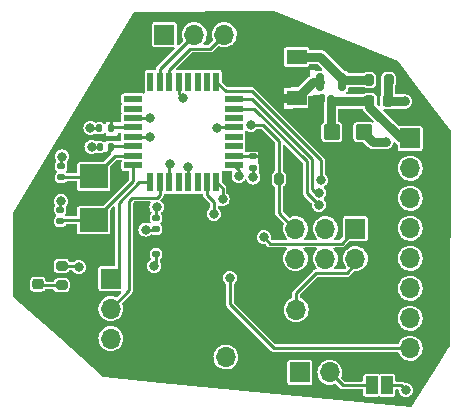
<source format=gbr>
%TF.GenerationSoftware,KiCad,Pcbnew,(6.0.7-1)-1*%
%TF.CreationDate,2023-01-06T18:56:56-05:00*%
%TF.ProjectId,atmega328,61746d65-6761-4333-9238-2e6b69636164,rev?*%
%TF.SameCoordinates,Original*%
%TF.FileFunction,Copper,L1,Top*%
%TF.FilePolarity,Positive*%
%FSLAX46Y46*%
G04 Gerber Fmt 4.6, Leading zero omitted, Abs format (unit mm)*
G04 Created by KiCad (PCBNEW (6.0.7-1)-1) date 2023-01-06 18:56:56*
%MOMM*%
%LPD*%
G01*
G04 APERTURE LIST*
G04 Aperture macros list*
%AMRoundRect*
0 Rectangle with rounded corners*
0 $1 Rounding radius*
0 $2 $3 $4 $5 $6 $7 $8 $9 X,Y pos of 4 corners*
0 Add a 4 corners polygon primitive as box body*
4,1,4,$2,$3,$4,$5,$6,$7,$8,$9,$2,$3,0*
0 Add four circle primitives for the rounded corners*
1,1,$1+$1,$2,$3*
1,1,$1+$1,$4,$5*
1,1,$1+$1,$6,$7*
1,1,$1+$1,$8,$9*
0 Add four rect primitives between the rounded corners*
20,1,$1+$1,$2,$3,$4,$5,0*
20,1,$1+$1,$4,$5,$6,$7,0*
20,1,$1+$1,$6,$7,$8,$9,0*
20,1,$1+$1,$8,$9,$2,$3,0*%
G04 Aperture macros list end*
%TA.AperFunction,SMDPad,CuDef*%
%ADD10RoundRect,0.140000X0.170000X-0.140000X0.170000X0.140000X-0.170000X0.140000X-0.170000X-0.140000X0*%
%TD*%
%TA.AperFunction,SMDPad,CuDef*%
%ADD11R,2.400000X2.000000*%
%TD*%
%TA.AperFunction,ComponentPad*%
%ADD12R,1.700000X1.700000*%
%TD*%
%TA.AperFunction,ComponentPad*%
%ADD13O,1.700000X1.700000*%
%TD*%
%TA.AperFunction,ComponentPad*%
%ADD14C,1.700000*%
%TD*%
%TA.AperFunction,SMDPad,CuDef*%
%ADD15R,1.000000X1.500000*%
%TD*%
%TA.AperFunction,SMDPad,CuDef*%
%ADD16RoundRect,0.218750X0.256250X-0.218750X0.256250X0.218750X-0.256250X0.218750X-0.256250X-0.218750X0*%
%TD*%
%TA.AperFunction,SMDPad,CuDef*%
%ADD17RoundRect,0.200000X-0.200000X-0.275000X0.200000X-0.275000X0.200000X0.275000X-0.200000X0.275000X0*%
%TD*%
%TA.AperFunction,SMDPad,CuDef*%
%ADD18R,0.550000X1.600000*%
%TD*%
%TA.AperFunction,SMDPad,CuDef*%
%ADD19R,1.600000X0.550000*%
%TD*%
%TA.AperFunction,SMDPad,CuDef*%
%ADD20RoundRect,0.140000X0.140000X0.170000X-0.140000X0.170000X-0.140000X-0.170000X0.140000X-0.170000X0*%
%TD*%
%TA.AperFunction,SMDPad,CuDef*%
%ADD21RoundRect,0.140000X-0.170000X0.140000X-0.170000X-0.140000X0.170000X-0.140000X0.170000X0.140000X0*%
%TD*%
%TA.AperFunction,SMDPad,CuDef*%
%ADD22RoundRect,0.225000X-0.225000X-0.250000X0.225000X-0.250000X0.225000X0.250000X-0.225000X0.250000X0*%
%TD*%
%TA.AperFunction,SMDPad,CuDef*%
%ADD23RoundRect,0.250000X-0.450000X-0.425000X0.450000X-0.425000X0.450000X0.425000X-0.450000X0.425000X0*%
%TD*%
%TA.AperFunction,SMDPad,CuDef*%
%ADD24RoundRect,0.200000X-0.275000X0.200000X-0.275000X-0.200000X0.275000X-0.200000X0.275000X0.200000X0*%
%TD*%
%TA.AperFunction,SMDPad,CuDef*%
%ADD25RoundRect,0.150000X-0.150000X0.587500X-0.150000X-0.587500X0.150000X-0.587500X0.150000X0.587500X0*%
%TD*%
%TA.AperFunction,SMDPad,CuDef*%
%ADD26R,1.700000X1.300000*%
%TD*%
%TA.AperFunction,ViaPad*%
%ADD27C,0.800000*%
%TD*%
%TA.AperFunction,Conductor*%
%ADD28C,0.250000*%
%TD*%
%TA.AperFunction,Conductor*%
%ADD29C,0.800000*%
%TD*%
G04 APERTURE END LIST*
D10*
%TO.P,C9,1*%
%TO.N,+3V3*%
X140350000Y-103480000D03*
%TO.P,C9,2*%
%TO.N,GND*%
X140350000Y-102520000D03*
%TD*%
D11*
%TO.P,Y1,1,1*%
%TO.N,XTAL1*%
X135084800Y-99014400D03*
%TO.P,Y1,2,2*%
%TO.N,XTAL2*%
X135084800Y-102714400D03*
%TD*%
D12*
%TO.P,J3,1,Pin_1*%
%TO.N,TRM1*%
X152525000Y-115600000D03*
D13*
%TO.P,J3,2,Pin_2*%
%TO.N,TRM2*%
X155065000Y-115600000D03*
%TD*%
%TO.P,J6,2,Pin_2*%
%TO.N,ISP_5V*%
X152215000Y-110300000D03*
D12*
%TO.P,J6,1,Pin_1*%
%TO.N,+5V*%
X149675000Y-110300000D03*
%TD*%
D14*
%TO.P,J2,1,Pin_1*%
%TO.N,+5V*%
X143730000Y-114300000D03*
D13*
%TO.P,J2,2,Pin_2*%
%TO.N,GND*%
X146270000Y-114300000D03*
%TD*%
D15*
%TO.P,JP1,1,A*%
%TO.N,GND*%
X159900000Y-116700000D03*
%TO.P,JP1,2,B*%
%TO.N,TRM2*%
X158600000Y-116700000D03*
%TD*%
D12*
%TO.P,J1,1,Pin_1*%
%TO.N,GND*%
X141050000Y-87000000D03*
D13*
%TO.P,J1,2,Pin_2*%
%TO.N,TX*%
X143590000Y-87000000D03*
%TO.P,J1,3,Pin_3*%
%TO.N,RX*%
X146130000Y-87000000D03*
%TO.P,J1,4,Pin_4*%
%TO.N,+5V*%
X148670000Y-87000000D03*
%TD*%
D12*
%TO.P,J5,1,Pin_1*%
%TO.N,Vcc*%
X161867860Y-95778570D03*
D13*
%TO.P,J5,2,Pin_2*%
%TO.N,TRM1*%
X161867860Y-98318570D03*
%TO.P,J5,3,Pin_3*%
%TO.N,U*%
X161867860Y-100858570D03*
%TO.P,J5,4,Pin_4*%
%TO.N,V*%
X161867860Y-103398570D03*
%TO.P,J5,5,Pin_5*%
%TO.N,W*%
X161867860Y-105938570D03*
%TO.P,J5,6,Pin_6*%
%TO.N,GND*%
X161867860Y-108478570D03*
%TO.P,J5,7,Pin_7*%
%TO.N,TRM2*%
X161867860Y-111018570D03*
%TO.P,J5,8,Pin_8*%
%TO.N,PWM*%
X161867860Y-113558570D03*
%TD*%
D16*
%TO.P,D2,1,K*%
%TO.N,Net-(D2-Pad1)*%
X130326800Y-108127700D03*
%TO.P,D2,2,A*%
%TO.N,+5V*%
X130326800Y-106552700D03*
%TD*%
D17*
%TO.P,R1,1*%
%TO.N,Net-(D1-Pad2)*%
X158384800Y-90834400D03*
%TO.P,R1,2*%
%TO.N,GND*%
X160034800Y-90834400D03*
%TD*%
D18*
%TO.P,U1,32,PD2*%
%TO.N,unconnected-(U1-Pad32)*%
X139870000Y-91010000D03*
%TO.P,U1,31,PD1*%
%TO.N,TX*%
X140670000Y-91010000D03*
%TO.P,U1,30,PD0*%
%TO.N,RX*%
X141470000Y-91010000D03*
%TO.P,U1,29,~{RESET}/PC6*%
%TO.N,RESET*%
X142270000Y-91010000D03*
%TO.P,U1,28,PC5*%
%TO.N,unconnected-(U1-Pad28)*%
X143070000Y-91010000D03*
%TO.P,U1,27,PC4*%
%TO.N,unconnected-(U1-Pad27)*%
X143870000Y-91010000D03*
%TO.P,U1,26,PC3*%
%TO.N,unconnected-(U1-Pad26)*%
X144670000Y-91010000D03*
%TO.P,U1,25,PC2*%
%TO.N,U*%
X145470000Y-91010000D03*
D19*
%TO.P,U1,24,PC1*%
%TO.N,V*%
X146920000Y-92460000D03*
%TO.P,U1,23,PC0*%
%TO.N,W*%
X146920000Y-93260000D03*
%TO.P,U1,22,ADC7*%
%TO.N,unconnected-(U1-Pad22)*%
X146920000Y-94060000D03*
%TO.P,U1,21,GND*%
%TO.N,GND*%
X146920000Y-94860000D03*
%TO.P,U1,20,AREF*%
%TO.N,unconnected-(U1-Pad20)*%
X146920000Y-95660000D03*
%TO.P,U1,19,ADC6*%
%TO.N,unconnected-(U1-Pad19)*%
X146920000Y-96460000D03*
%TO.P,U1,18,AVCC*%
%TO.N,+5V*%
X146920000Y-97260000D03*
%TO.P,U1,17,PB5*%
%TO.N,SCK*%
X146920000Y-98060000D03*
D18*
%TO.P,U1,16,PB4*%
%TO.N,MISO*%
X145470000Y-99510000D03*
%TO.P,U1,15,PB3*%
%TO.N,MOSI*%
X144670000Y-99510000D03*
%TO.P,U1,14,PB2*%
%TO.N,SND*%
X143870000Y-99510000D03*
%TO.P,U1,13,PB1*%
%TO.N,CS*%
X143070000Y-99510000D03*
%TO.P,U1,12,PB0*%
%TO.N,unconnected-(U1-Pad12)*%
X142270000Y-99510000D03*
%TO.P,U1,11,PD7*%
%TO.N,PD7*%
X141470000Y-99510000D03*
%TO.P,U1,10,PD6*%
%TO.N,PD6*%
X140670000Y-99510000D03*
%TO.P,U1,9,PD5*%
%TO.N,PD5*%
X139870000Y-99510000D03*
D19*
%TO.P,U1,8,XTAL2/PB7*%
%TO.N,XTAL2*%
X138420000Y-98060000D03*
%TO.P,U1,7,XTAL1/PB6*%
%TO.N,XTAL1*%
X138420000Y-97260000D03*
%TO.P,U1,6,VCC*%
%TO.N,+5V*%
X138420000Y-96460000D03*
%TO.P,U1,5,GND*%
%TO.N,GND*%
X138420000Y-95660000D03*
%TO.P,U1,4,VCC*%
%TO.N,+5V*%
X138420000Y-94860000D03*
%TO.P,U1,3,GND*%
%TO.N,GND*%
X138420000Y-94060000D03*
%TO.P,U1,2,PD4*%
%TO.N,unconnected-(U1-Pad2)*%
X138420000Y-93260000D03*
%TO.P,U1,1,PD3*%
%TO.N,unconnected-(U1-Pad1)*%
X138420000Y-92460000D03*
%TD*%
D20*
%TO.P,C5,1*%
%TO.N,+5V*%
X136530000Y-96525000D03*
%TO.P,C5,2*%
%TO.N,GND*%
X135570000Y-96525000D03*
%TD*%
D21*
%TO.P,C3,1*%
%TO.N,+5V*%
X148590000Y-97310000D03*
%TO.P,C3,2*%
%TO.N,GND*%
X148590000Y-98270000D03*
%TD*%
D22*
%TO.P,C1,1*%
%TO.N,Vcc*%
X158424800Y-92624400D03*
%TO.P,C1,2*%
%TO.N,GND*%
X159974800Y-92624400D03*
%TD*%
D12*
%TO.P,ISP1,1,Pin_1*%
%TO.N,MISO*%
X157235800Y-103434000D03*
D13*
%TO.P,ISP1,2,Pin_2*%
%TO.N,ISP_5V*%
X157235800Y-105974000D03*
%TO.P,ISP1,3,Pin_3*%
%TO.N,SCK*%
X154695800Y-103434000D03*
%TO.P,ISP1,4,Pin_4*%
%TO.N,MOSI*%
X154695800Y-105974000D03*
%TO.P,ISP1,5,Pin_5*%
%TO.N,RESET*%
X152155800Y-103434000D03*
%TO.P,ISP1,6,Pin_6*%
%TO.N,GND*%
X152155800Y-105974000D03*
%TD*%
D10*
%TO.P,C6,1*%
%TO.N,XTAL1*%
X132334800Y-99079400D03*
%TO.P,C6,2*%
%TO.N,GND*%
X132334800Y-98119400D03*
%TD*%
D23*
%TO.P,C2,1*%
%TO.N,Vcc*%
X155224800Y-95249400D03*
%TO.P,C2,2*%
%TO.N,GND*%
X157924800Y-95249400D03*
%TD*%
D17*
%TO.P,R2,1*%
%TO.N,RESET*%
X150750000Y-99200000D03*
%TO.P,R2,2*%
%TO.N,+5V*%
X152400000Y-99200000D03*
%TD*%
D10*
%TO.P,C7,1*%
%TO.N,XTAL2*%
X132260000Y-102780000D03*
%TO.P,C7,2*%
%TO.N,GND*%
X132260000Y-101820000D03*
%TD*%
D24*
%TO.P,R3,1*%
%TO.N,GND*%
X132349800Y-106574400D03*
%TO.P,R3,2*%
%TO.N,Net-(D2-Pad1)*%
X132349800Y-108224400D03*
%TD*%
D20*
%TO.P,C4,1*%
%TO.N,+5V*%
X136520000Y-94930000D03*
%TO.P,C4,2*%
%TO.N,GND*%
X135560000Y-94930000D03*
%TD*%
D21*
%TO.P,C8,1*%
%TO.N,+5V*%
X140350000Y-104620000D03*
%TO.P,C8,2*%
%TO.N,GND*%
X140350000Y-105580000D03*
%TD*%
D25*
%TO.P,Q1,1,G*%
%TO.N,Net-(D1-Pad2)*%
X156124800Y-90996900D03*
%TO.P,Q1,2,S*%
%TO.N,+5V*%
X154224800Y-90996900D03*
%TO.P,Q1,3,D*%
%TO.N,Vcc*%
X155174800Y-92871900D03*
%TD*%
D26*
%TO.P,D1,1,K*%
%TO.N,+5V*%
X152250000Y-92400000D03*
%TO.P,D1,2,A*%
%TO.N,Net-(D1-Pad2)*%
X152250000Y-88900000D03*
%TD*%
D12*
%TO.P,J4,1,Pin_1*%
%TO.N,PD5*%
X136524400Y-107660000D03*
D13*
%TO.P,J4,2,Pin_2*%
%TO.N,PD6*%
X136524400Y-110200000D03*
%TO.P,J4,3,Pin_3*%
%TO.N,PD7*%
X136524400Y-112740000D03*
%TD*%
D27*
%TO.N,U*%
X154299500Y-99325000D03*
%TO.N,V*%
X154150620Y-100400826D03*
%TO.N,W*%
X154125000Y-101400000D03*
%TO.N,CS*%
X143075000Y-98225000D03*
%TO.N,GND*%
X161500000Y-117100000D03*
%TO.N,PWM*%
X146600000Y-107600000D03*
%TO.N,GND*%
X140200000Y-106600000D03*
X132300000Y-101100000D03*
X139800000Y-95700000D03*
X134800000Y-94900000D03*
X145540000Y-94930000D03*
X161440000Y-92660000D03*
X133800000Y-106700000D03*
X139800000Y-94100000D03*
X140400000Y-101600000D03*
X132375000Y-97325000D03*
X148590000Y-99090000D03*
X134900000Y-96500000D03*
X159830000Y-96120000D03*
%TO.N,+5V*%
X143240000Y-104610000D03*
%TO.N,+3V3*%
X139460000Y-103510000D03*
%TO.N,MISO*%
X149480000Y-104160500D03*
X145980000Y-100940000D03*
%TO.N,SCK*%
X147350000Y-98970000D03*
%TO.N,MOSI*%
X145240000Y-102170000D03*
%TO.N,RESET*%
X148370000Y-94630000D03*
X142610000Y-92390000D03*
%TO.N,PD7*%
X141500000Y-98000000D03*
%TD*%
D28*
%TO.N,+5V*%
X136530000Y-96720000D02*
X135875000Y-97375000D01*
X136530000Y-96525000D02*
X136530000Y-96720000D01*
X136520000Y-94930000D02*
X136520000Y-94170000D01*
%TO.N,V*%
X154150620Y-100400826D02*
X153925826Y-100400826D01*
X153925826Y-100400826D02*
X153575000Y-100050000D01*
%TO.N,XTAL2*%
X135084800Y-102714400D02*
X132325600Y-102714400D01*
X132325600Y-102714400D02*
X132260000Y-102780000D01*
D29*
%TO.N,+5V*%
X152250000Y-92400000D02*
X150625000Y-92400000D01*
X154224800Y-90996900D02*
X153653100Y-90996900D01*
X153653100Y-90996900D02*
X152250000Y-92400000D01*
%TO.N,Net-(D1-Pad2)*%
X156124800Y-90996900D02*
X156124800Y-90749800D01*
X154275000Y-88900000D02*
X152250000Y-88900000D01*
X156124800Y-90749800D02*
X154275000Y-88900000D01*
D28*
%TO.N,U*%
X154299500Y-97640312D02*
X154299500Y-99325000D01*
X146260000Y-91800000D02*
X148459188Y-91800000D01*
X148459188Y-91800000D02*
X154299500Y-97640312D01*
X145470000Y-91010000D02*
X146260000Y-91800000D01*
%TO.N,V*%
X146920000Y-92460000D02*
X148482792Y-92460000D01*
X148482792Y-92460000D02*
X153575000Y-97552208D01*
X153575000Y-97552208D02*
X153575000Y-100050000D01*
%TO.N,W*%
X146920000Y-93260000D02*
X148646396Y-93260000D01*
X148646396Y-93260000D02*
X153125000Y-97738604D01*
X153125000Y-97738604D02*
X153125000Y-100400000D01*
X153125000Y-100400000D02*
X154125000Y-101400000D01*
%TO.N,PWM*%
X161867860Y-113558570D02*
X150358570Y-113558570D01*
X146600000Y-109800000D02*
X150358570Y-113558570D01*
D29*
%TO.N,Vcc*%
X161867860Y-95778570D02*
X161078570Y-95778570D01*
X161078570Y-95778570D02*
X158424800Y-93124800D01*
X158424800Y-93124800D02*
X158424800Y-92624400D01*
D28*
%TO.N,PD6*%
X138350000Y-100800000D02*
X138100000Y-101050000D01*
X138100000Y-108624400D02*
X138100000Y-101050000D01*
X136524400Y-110200000D02*
X138100000Y-108624400D01*
%TO.N,CS*%
X143070000Y-99510000D02*
X143070000Y-98230000D01*
X143070000Y-98230000D02*
X143075000Y-98225000D01*
%TO.N,RX*%
X144945000Y-88180000D02*
X143250000Y-88180000D01*
%TO.N,ISP_5V*%
X157235800Y-105974000D02*
X157235800Y-106464200D01*
X157235800Y-106464200D02*
X156500000Y-107200000D01*
X156500000Y-107200000D02*
X153900000Y-107200000D01*
X153900000Y-107200000D02*
X152215000Y-108885000D01*
X152215000Y-108885000D02*
X152215000Y-110300000D01*
%TO.N,GND*%
X161100000Y-116700000D02*
X161500000Y-117100000D01*
X159900000Y-116700000D02*
X161100000Y-116700000D01*
%TO.N,TRM2*%
X158600000Y-116700000D02*
X156165000Y-116700000D01*
X156165000Y-116700000D02*
X155065000Y-115600000D01*
%TO.N,PWM*%
X146600000Y-109800000D02*
X146600000Y-107600000D01*
D29*
%TO.N,Vcc*%
X155390000Y-92660000D02*
X155152500Y-92897500D01*
X158395000Y-92660000D02*
X155390000Y-92660000D01*
X155152500Y-92897500D02*
X155152500Y-95212500D01*
X155152500Y-95212500D02*
X155210000Y-95270000D01*
D28*
%TO.N,GND*%
X140340000Y-105570000D02*
X140340000Y-106460000D01*
X146920000Y-94860000D02*
X145610000Y-94860000D01*
D29*
X160010000Y-90860000D02*
X160010000Y-92595000D01*
D28*
X145610000Y-94860000D02*
X145540000Y-94930000D01*
X132260000Y-101140000D02*
X132300000Y-101100000D01*
D29*
X160010000Y-92595000D02*
X159945000Y-92660000D01*
D28*
X135560000Y-94930000D02*
X134830000Y-94930000D01*
X140340000Y-102520000D02*
X140340000Y-101660000D01*
D29*
X159830000Y-96120000D02*
X158760000Y-96120000D01*
D28*
X140340000Y-106460000D02*
X140200000Y-106600000D01*
X138420000Y-94060000D02*
X139760000Y-94060000D01*
X139760000Y-94060000D02*
X139800000Y-94100000D01*
X133695000Y-106595000D02*
X133800000Y-106700000D01*
X139760000Y-95660000D02*
X139800000Y-95700000D01*
X132320000Y-106595000D02*
X133695000Y-106595000D01*
D29*
X159945000Y-92660000D02*
X161440000Y-92660000D01*
D28*
X134930000Y-96530000D02*
X134900000Y-96500000D01*
D29*
X158760000Y-96120000D02*
X157910000Y-95270000D01*
D28*
X135580000Y-96530000D02*
X134930000Y-96530000D01*
X140340000Y-101660000D02*
X140400000Y-101600000D01*
X134830000Y-94930000D02*
X134800000Y-94900000D01*
X148590000Y-98270000D02*
X148590000Y-99090000D01*
X132310000Y-98140000D02*
X132310000Y-97390000D01*
X138420000Y-95660000D02*
X139760000Y-95660000D01*
X132260000Y-101840000D02*
X132260000Y-101140000D01*
%TO.N,+5V*%
X138420000Y-96460000D02*
X136595000Y-96460000D01*
X146920000Y-97260000D02*
X148540000Y-97260000D01*
X148590000Y-97310000D02*
X149340000Y-97310000D01*
X138420000Y-94860000D02*
X136590000Y-94860000D01*
X149340000Y-97310000D02*
X149400000Y-97250000D01*
X143240000Y-104610000D02*
X140340000Y-104610000D01*
%TO.N,XTAL1*%
X136840000Y-97260000D02*
X135060000Y-99040000D01*
X135060000Y-99040000D02*
X132370000Y-99040000D01*
X138420000Y-97260000D02*
X136840000Y-97260000D01*
%TO.N,XTAL2*%
X138420000Y-99380000D02*
X135060000Y-102740000D01*
X138420000Y-98060000D02*
X138420000Y-99380000D01*
%TO.N,+3V3*%
X139460000Y-103510000D02*
X140310000Y-103510000D01*
D29*
%TO.N,Net-(D1-Pad2)*%
X156102500Y-91022500D02*
X156102500Y-90677630D01*
X156265000Y-90860000D02*
X156102500Y-91022500D01*
X158360000Y-90860000D02*
X156265000Y-90860000D01*
D28*
%TO.N,Net-(D2-Pad1)*%
X132320000Y-108245000D02*
X130377500Y-108245000D01*
%TO.N,MISO*%
X156055000Y-104695000D02*
X150014500Y-104695000D01*
X150014500Y-104695000D02*
X149480000Y-104160500D01*
X157230000Y-103520000D02*
X156055000Y-104695000D01*
X145980000Y-100940000D02*
X145980000Y-100020000D01*
X145980000Y-100020000D02*
X145470000Y-99510000D01*
%TO.N,SCK*%
X147350000Y-98970000D02*
X147350000Y-98490000D01*
X147350000Y-98490000D02*
X146920000Y-98060000D01*
%TO.N,MOSI*%
X144670000Y-100620000D02*
X144670000Y-99510000D01*
X145240000Y-101190000D02*
X144670000Y-100620000D01*
X145240000Y-102170000D02*
X145240000Y-101190000D01*
%TO.N,RESET*%
X142270000Y-92050000D02*
X142270000Y-91010000D01*
X149380000Y-94630000D02*
X150750000Y-96000000D01*
X150750000Y-99190000D02*
X150750000Y-96000000D01*
X142610000Y-92390000D02*
X142270000Y-92050000D01*
X149380000Y-94630000D02*
X148370000Y-94630000D01*
X150750000Y-102120000D02*
X150750000Y-99190000D01*
X152150000Y-103520000D02*
X150750000Y-102120000D01*
%TO.N,TX*%
X143580000Y-87005000D02*
X140670000Y-89915000D01*
X140670000Y-89915000D02*
X140670000Y-91010000D01*
%TO.N,RX*%
X141470000Y-91010000D02*
X141470000Y-89960000D01*
X144945000Y-88180000D02*
X146120000Y-87005000D01*
X141470000Y-89960000D02*
X143250000Y-88180000D01*
%TO.N,PD5*%
X136500000Y-107700000D02*
X137200000Y-107000000D01*
X137200000Y-101236400D02*
X138926400Y-99510000D01*
X137200000Y-107000000D02*
X137200000Y-101236400D01*
X138926400Y-99510000D02*
X139870000Y-99510000D01*
%TO.N,PD6*%
X140430000Y-100800000D02*
X138350000Y-100800000D01*
X140670000Y-99510000D02*
X140670000Y-100560000D01*
X140670000Y-100560000D02*
X140430000Y-100800000D01*
%TO.N,PD7*%
X141470000Y-99510000D02*
X141470000Y-98030000D01*
X141470000Y-98030000D02*
X141500000Y-98000000D01*
%TD*%
%TA.AperFunction,Conductor*%
%TO.N,+5V*%
G36*
X150318168Y-85007337D02*
G01*
X160796871Y-89239120D01*
X160838886Y-89271367D01*
X162523934Y-91509291D01*
X165283607Y-95174431D01*
X165303518Y-95234524D01*
X165203857Y-113372893D01*
X165188685Y-113425019D01*
X164199155Y-114999915D01*
X162032484Y-118448300D01*
X161985517Y-118487512D01*
X161939218Y-118494178D01*
X140804169Y-116469748D01*
X151474500Y-116469748D01*
X151475448Y-116474512D01*
X151483987Y-116517440D01*
X151486133Y-116528231D01*
X151530448Y-116594552D01*
X151596769Y-116638867D01*
X151606332Y-116640769D01*
X151606334Y-116640770D01*
X151629005Y-116645279D01*
X151655252Y-116650500D01*
X153394748Y-116650500D01*
X153420995Y-116645279D01*
X153443666Y-116640770D01*
X153443668Y-116640769D01*
X153453231Y-116638867D01*
X153519552Y-116594552D01*
X153563867Y-116528231D01*
X153566014Y-116517440D01*
X153574552Y-116474512D01*
X153575500Y-116469748D01*
X153575500Y-115585262D01*
X154009520Y-115585262D01*
X154010526Y-115597244D01*
X154024744Y-115766552D01*
X154026759Y-115790553D01*
X154028092Y-115795201D01*
X154028092Y-115795202D01*
X154080716Y-115978722D01*
X154083544Y-115988586D01*
X154177712Y-116171818D01*
X154305677Y-116333270D01*
X154309357Y-116336402D01*
X154309359Y-116336404D01*
X154371644Y-116389412D01*
X154462564Y-116466791D01*
X154466787Y-116469151D01*
X154466791Y-116469154D01*
X154555383Y-116518666D01*
X154642398Y-116567297D01*
X154646996Y-116568791D01*
X154833724Y-116629463D01*
X154833726Y-116629464D01*
X154838329Y-116630959D01*
X155042894Y-116655351D01*
X155047716Y-116654980D01*
X155047719Y-116654980D01*
X155118259Y-116649552D01*
X155248300Y-116639546D01*
X155446725Y-116584145D01*
X155477164Y-116568769D01*
X155537629Y-116559408D01*
X155591805Y-116587131D01*
X155921731Y-116917057D01*
X155927565Y-116923424D01*
X155952545Y-116953194D01*
X155986205Y-116972627D01*
X155993489Y-116977268D01*
X156025316Y-116999554D01*
X156033684Y-117001796D01*
X156038971Y-117004262D01*
X156044456Y-117006258D01*
X156051955Y-117010588D01*
X156060481Y-117012091D01*
X156060483Y-117012092D01*
X156090216Y-117017334D01*
X156098650Y-117019204D01*
X156136193Y-117029264D01*
X156144822Y-117028509D01*
X156174905Y-117025877D01*
X156183534Y-117025500D01*
X157800500Y-117025500D01*
X157858691Y-117044407D01*
X157894655Y-117093907D01*
X157899500Y-117124500D01*
X157899500Y-117469748D01*
X157911133Y-117528231D01*
X157955448Y-117594552D01*
X158021769Y-117638867D01*
X158031332Y-117640769D01*
X158031334Y-117640770D01*
X158054005Y-117645279D01*
X158080252Y-117650500D01*
X159119748Y-117650500D01*
X159145995Y-117645279D01*
X159168666Y-117640770D01*
X159168668Y-117640769D01*
X159178231Y-117638867D01*
X159194998Y-117627663D01*
X159253884Y-117611054D01*
X159305002Y-117627663D01*
X159321769Y-117638867D01*
X159331332Y-117640769D01*
X159331334Y-117640770D01*
X159354005Y-117645279D01*
X159380252Y-117650500D01*
X160419748Y-117650500D01*
X160445995Y-117645279D01*
X160468666Y-117640770D01*
X160468668Y-117640769D01*
X160478231Y-117638867D01*
X160544552Y-117594552D01*
X160588867Y-117528231D01*
X160600500Y-117469748D01*
X160600500Y-117124500D01*
X160619407Y-117066309D01*
X160668907Y-117030345D01*
X160699500Y-117025500D01*
X160797689Y-117025500D01*
X160855880Y-117044407D01*
X160891844Y-117093907D01*
X160895842Y-117111578D01*
X160914956Y-117256762D01*
X160975464Y-117402841D01*
X161071718Y-117528282D01*
X161197159Y-117624536D01*
X161343238Y-117685044D01*
X161500000Y-117705682D01*
X161656762Y-117685044D01*
X161802841Y-117624536D01*
X161928282Y-117528282D01*
X162024536Y-117402841D01*
X162085044Y-117256762D01*
X162105682Y-117100000D01*
X162085044Y-116943238D01*
X162024536Y-116797159D01*
X161928282Y-116671718D01*
X161802841Y-116575464D01*
X161656762Y-116514956D01*
X161500000Y-116494318D01*
X161420861Y-116504737D01*
X161360702Y-116493587D01*
X161332101Y-116470219D01*
X161318024Y-116453442D01*
X161318021Y-116453440D01*
X161312455Y-116446806D01*
X161278792Y-116427371D01*
X161271511Y-116422732D01*
X161269056Y-116421013D01*
X161239684Y-116400446D01*
X161231316Y-116398204D01*
X161226029Y-116395738D01*
X161220544Y-116393742D01*
X161213045Y-116389412D01*
X161204519Y-116387909D01*
X161204517Y-116387908D01*
X161174784Y-116382666D01*
X161166349Y-116380796D01*
X161137174Y-116372978D01*
X161128807Y-116370736D01*
X161120178Y-116371491D01*
X161090095Y-116374123D01*
X161081466Y-116374500D01*
X160699500Y-116374500D01*
X160641309Y-116355593D01*
X160605345Y-116306093D01*
X160600500Y-116275500D01*
X160600500Y-115930252D01*
X160588867Y-115871769D01*
X160544552Y-115805448D01*
X160478231Y-115761133D01*
X160468668Y-115759231D01*
X160468666Y-115759230D01*
X160445995Y-115754721D01*
X160419748Y-115749500D01*
X159380252Y-115749500D01*
X159354005Y-115754721D01*
X159331334Y-115759230D01*
X159331332Y-115759231D01*
X159321769Y-115761133D01*
X159305002Y-115772337D01*
X159246116Y-115788946D01*
X159194998Y-115772337D01*
X159178231Y-115761133D01*
X159168668Y-115759231D01*
X159168666Y-115759230D01*
X159145995Y-115754721D01*
X159119748Y-115749500D01*
X158080252Y-115749500D01*
X158054005Y-115754721D01*
X158031334Y-115759230D01*
X158031332Y-115759231D01*
X158021769Y-115761133D01*
X157955448Y-115805448D01*
X157911133Y-115871769D01*
X157899500Y-115930252D01*
X157899500Y-116275500D01*
X157880593Y-116333691D01*
X157831093Y-116369655D01*
X157800500Y-116374500D01*
X156340834Y-116374500D01*
X156282643Y-116355593D01*
X156270830Y-116345504D01*
X156053923Y-116128597D01*
X156026146Y-116074080D01*
X156029988Y-116027344D01*
X156041448Y-115992896D01*
X156066505Y-115917570D01*
X156092824Y-115838454D01*
X156092824Y-115838452D01*
X156094351Y-115833863D01*
X156102855Y-115766551D01*
X156119823Y-115632228D01*
X156120171Y-115629474D01*
X156120583Y-115600000D01*
X156120313Y-115597244D01*
X156100952Y-115399780D01*
X156100951Y-115399776D01*
X156100480Y-115394970D01*
X156083859Y-115339917D01*
X156042333Y-115202380D01*
X156040935Y-115197749D01*
X155944218Y-115015849D01*
X155814011Y-114856200D01*
X155665753Y-114733550D01*
X155659002Y-114727965D01*
X155659000Y-114727964D01*
X155655275Y-114724882D01*
X155474055Y-114626897D01*
X155404764Y-114605448D01*
X155281875Y-114567407D01*
X155281871Y-114567406D01*
X155277254Y-114565977D01*
X155272446Y-114565472D01*
X155272443Y-114565471D01*
X155077185Y-114544949D01*
X155077183Y-114544949D01*
X155072369Y-114544443D01*
X155016800Y-114549500D01*
X154872022Y-114562675D01*
X154872017Y-114562676D01*
X154867203Y-114563114D01*
X154669572Y-114621280D01*
X154665288Y-114623519D01*
X154665287Y-114623520D01*
X154654428Y-114629197D01*
X154487002Y-114716726D01*
X154483231Y-114719758D01*
X154330220Y-114842781D01*
X154330217Y-114842783D01*
X154326447Y-114845815D01*
X154323333Y-114849526D01*
X154323332Y-114849527D01*
X154277406Y-114904260D01*
X154194024Y-115003630D01*
X154191689Y-115007878D01*
X154191688Y-115007879D01*
X154184955Y-115020126D01*
X154094776Y-115184162D01*
X154093313Y-115188775D01*
X154093311Y-115188779D01*
X154062647Y-115285446D01*
X154032484Y-115380532D01*
X154031944Y-115385344D01*
X154031944Y-115385345D01*
X154030865Y-115394970D01*
X154009520Y-115585262D01*
X153575500Y-115585262D01*
X153575500Y-114730252D01*
X153570279Y-114704005D01*
X153565770Y-114681334D01*
X153565769Y-114681332D01*
X153563867Y-114671769D01*
X153519552Y-114605448D01*
X153453231Y-114561133D01*
X153443668Y-114559231D01*
X153443666Y-114559230D01*
X153420995Y-114554721D01*
X153394748Y-114549500D01*
X151655252Y-114549500D01*
X151629005Y-114554721D01*
X151606334Y-114559230D01*
X151606332Y-114559231D01*
X151596769Y-114561133D01*
X151530448Y-114605448D01*
X151486133Y-114671769D01*
X151484231Y-114681332D01*
X151484230Y-114681334D01*
X151479721Y-114704005D01*
X151474500Y-114730252D01*
X151474500Y-116469748D01*
X140804169Y-116469748D01*
X135931998Y-116003065D01*
X135875906Y-115978722D01*
X133958312Y-114285262D01*
X145214520Y-114285262D01*
X145217939Y-114325976D01*
X145226285Y-114425361D01*
X145231759Y-114490553D01*
X145233092Y-114495201D01*
X145233092Y-114495202D01*
X145286465Y-114681334D01*
X145288544Y-114688586D01*
X145382712Y-114871818D01*
X145510677Y-115033270D01*
X145514357Y-115036402D01*
X145514359Y-115036404D01*
X145627017Y-115132283D01*
X145667564Y-115166791D01*
X145671787Y-115169151D01*
X145671791Y-115169154D01*
X145788702Y-115234493D01*
X145847398Y-115267297D01*
X145851996Y-115268791D01*
X146038724Y-115329463D01*
X146038726Y-115329464D01*
X146043329Y-115330959D01*
X146247894Y-115355351D01*
X146252716Y-115354980D01*
X146252719Y-115354980D01*
X146320541Y-115349761D01*
X146453300Y-115339546D01*
X146651725Y-115284145D01*
X146656038Y-115281966D01*
X146656044Y-115281964D01*
X146831289Y-115193441D01*
X146831291Y-115193440D01*
X146835610Y-115191258D01*
X146844693Y-115184162D01*
X146994135Y-115067406D01*
X146994139Y-115067402D01*
X146997951Y-115064424D01*
X147039880Y-115015849D01*
X147096113Y-114950701D01*
X147132564Y-114908472D01*
X147151231Y-114875613D01*
X147231934Y-114733550D01*
X147231935Y-114733547D01*
X147234323Y-114729344D01*
X147238521Y-114716726D01*
X147297824Y-114538454D01*
X147297824Y-114538452D01*
X147299351Y-114533863D01*
X147300173Y-114527361D01*
X147324823Y-114332228D01*
X147325171Y-114329474D01*
X147325583Y-114300000D01*
X147305480Y-114094970D01*
X147245935Y-113897749D01*
X147149218Y-113715849D01*
X147019011Y-113556200D01*
X146956425Y-113504424D01*
X146864002Y-113427965D01*
X146864000Y-113427964D01*
X146860275Y-113424882D01*
X146679055Y-113326897D01*
X146615855Y-113307333D01*
X146486875Y-113267407D01*
X146486871Y-113267406D01*
X146482254Y-113265977D01*
X146477446Y-113265472D01*
X146477443Y-113265471D01*
X146282185Y-113244949D01*
X146282183Y-113244949D01*
X146277369Y-113244443D01*
X146217354Y-113249905D01*
X146077022Y-113262675D01*
X146077017Y-113262676D01*
X146072203Y-113263114D01*
X145874572Y-113321280D01*
X145870288Y-113323519D01*
X145870287Y-113323520D01*
X145812865Y-113353540D01*
X145692002Y-113416726D01*
X145688231Y-113419758D01*
X145535220Y-113542781D01*
X145535217Y-113542783D01*
X145531447Y-113545815D01*
X145528333Y-113549526D01*
X145528332Y-113549527D01*
X145459752Y-113631258D01*
X145399024Y-113703630D01*
X145396689Y-113707878D01*
X145396688Y-113707879D01*
X145389955Y-113720126D01*
X145299776Y-113884162D01*
X145298313Y-113888775D01*
X145298311Y-113888779D01*
X145268320Y-113983325D01*
X145237484Y-114080532D01*
X145236944Y-114085344D01*
X145236944Y-114085345D01*
X145235865Y-114094970D01*
X145214520Y-114285262D01*
X133958312Y-114285262D01*
X132191841Y-112725262D01*
X135468920Y-112725262D01*
X135469325Y-112730082D01*
X135482840Y-112891025D01*
X135486159Y-112930553D01*
X135542944Y-113128586D01*
X135637112Y-113311818D01*
X135765077Y-113473270D01*
X135768757Y-113476402D01*
X135768759Y-113476404D01*
X135846752Y-113542781D01*
X135921964Y-113606791D01*
X135926187Y-113609151D01*
X135926191Y-113609154D01*
X135965742Y-113631258D01*
X136101798Y-113707297D01*
X136106396Y-113708791D01*
X136293124Y-113769463D01*
X136293126Y-113769464D01*
X136297729Y-113770959D01*
X136502294Y-113795351D01*
X136507116Y-113794980D01*
X136507119Y-113794980D01*
X136574941Y-113789761D01*
X136707700Y-113779546D01*
X136906125Y-113724145D01*
X136910438Y-113721966D01*
X136910444Y-113721964D01*
X137085689Y-113633441D01*
X137085691Y-113633440D01*
X137090010Y-113631258D01*
X137179494Y-113561346D01*
X137248535Y-113507406D01*
X137248539Y-113507402D01*
X137252351Y-113504424D01*
X137386964Y-113348472D01*
X137397914Y-113329197D01*
X137486334Y-113173550D01*
X137486335Y-113173547D01*
X137488723Y-113169344D01*
X137490500Y-113164004D01*
X137552224Y-112978454D01*
X137552224Y-112978452D01*
X137553751Y-112973863D01*
X137555225Y-112962200D01*
X137579223Y-112772228D01*
X137579571Y-112769474D01*
X137579983Y-112740000D01*
X137565057Y-112587767D01*
X137560352Y-112539780D01*
X137560351Y-112539776D01*
X137559880Y-112534970D01*
X137556581Y-112524041D01*
X137501733Y-112342380D01*
X137500335Y-112337749D01*
X137403618Y-112155849D01*
X137273411Y-111996200D01*
X137265345Y-111989527D01*
X137118402Y-111867965D01*
X137118400Y-111867964D01*
X137114675Y-111864882D01*
X136933455Y-111766897D01*
X136870255Y-111747333D01*
X136741275Y-111707407D01*
X136741271Y-111707406D01*
X136736654Y-111705977D01*
X136731846Y-111705472D01*
X136731843Y-111705471D01*
X136536585Y-111684949D01*
X136536583Y-111684949D01*
X136531769Y-111684443D01*
X136471754Y-111689905D01*
X136331422Y-111702675D01*
X136331417Y-111702676D01*
X136326603Y-111703114D01*
X136128972Y-111761280D01*
X136124688Y-111763519D01*
X136124687Y-111763520D01*
X136113828Y-111769197D01*
X135946402Y-111856726D01*
X135942631Y-111859758D01*
X135789620Y-111982781D01*
X135789617Y-111982783D01*
X135785847Y-111985815D01*
X135782733Y-111989526D01*
X135782732Y-111989527D01*
X135724868Y-112058487D01*
X135653424Y-112143630D01*
X135651089Y-112147878D01*
X135651088Y-112147879D01*
X135644355Y-112160126D01*
X135554176Y-112324162D01*
X135491884Y-112520532D01*
X135491344Y-112525344D01*
X135491344Y-112525345D01*
X135473610Y-112683452D01*
X135468920Y-112725262D01*
X132191841Y-112725262D01*
X128233468Y-109229556D01*
X128202366Y-109176865D01*
X128200000Y-109155350D01*
X128200000Y-108379446D01*
X129651300Y-108379446D01*
X129651909Y-108383290D01*
X129651909Y-108383292D01*
X129665429Y-108468652D01*
X129666849Y-108477620D01*
X129670385Y-108484559D01*
X129670385Y-108484560D01*
X129718335Y-108578666D01*
X129727142Y-108595951D01*
X129821049Y-108689858D01*
X129827986Y-108693393D01*
X129827988Y-108693394D01*
X129914443Y-108737445D01*
X129939380Y-108750151D01*
X129947073Y-108751370D01*
X129947075Y-108751370D01*
X130033708Y-108765091D01*
X130033710Y-108765091D01*
X130037554Y-108765700D01*
X130616046Y-108765700D01*
X130619890Y-108765091D01*
X130619892Y-108765091D01*
X130706525Y-108751370D01*
X130706527Y-108751370D01*
X130714220Y-108750151D01*
X130739157Y-108737445D01*
X130825612Y-108693394D01*
X130825614Y-108693393D01*
X130832551Y-108689858D01*
X130922913Y-108599496D01*
X130977430Y-108571719D01*
X130992917Y-108570500D01*
X131639083Y-108570500D01*
X131697274Y-108589407D01*
X131727293Y-108624555D01*
X131741892Y-108653207D01*
X131746750Y-108662742D01*
X131836458Y-108752450D01*
X131843395Y-108755985D01*
X131843397Y-108755986D01*
X131928708Y-108799454D01*
X131949496Y-108810046D01*
X131957190Y-108811265D01*
X131957191Y-108811265D01*
X132039435Y-108824291D01*
X132039437Y-108824291D01*
X132043281Y-108824900D01*
X132349760Y-108824900D01*
X132656318Y-108824899D01*
X132660161Y-108824290D01*
X132660166Y-108824290D01*
X132697017Y-108818453D01*
X132750104Y-108810046D01*
X132808124Y-108780483D01*
X132856203Y-108755986D01*
X132856205Y-108755985D01*
X132863142Y-108752450D01*
X132952850Y-108662742D01*
X132957709Y-108653207D01*
X133006910Y-108556644D01*
X133006910Y-108556643D01*
X133010446Y-108549704D01*
X133021713Y-108478570D01*
X133024691Y-108459765D01*
X133024691Y-108459763D01*
X133025300Y-108455919D01*
X133025299Y-107992882D01*
X133010446Y-107899096D01*
X132952850Y-107786058D01*
X132863142Y-107696350D01*
X132856205Y-107692815D01*
X132856203Y-107692814D01*
X132757044Y-107642290D01*
X132757043Y-107642290D01*
X132750104Y-107638754D01*
X132742410Y-107637535D01*
X132742409Y-107637535D01*
X132660165Y-107624509D01*
X132660163Y-107624509D01*
X132656319Y-107623900D01*
X132349840Y-107623900D01*
X132043282Y-107623901D01*
X132039439Y-107624510D01*
X132039434Y-107624510D01*
X132002583Y-107630347D01*
X131949496Y-107638754D01*
X131892977Y-107667552D01*
X131843397Y-107692814D01*
X131843395Y-107692815D01*
X131836458Y-107696350D01*
X131746750Y-107786058D01*
X131743215Y-107792995D01*
X131743214Y-107792997D01*
X131706300Y-107865445D01*
X131663035Y-107908710D01*
X131618090Y-107919500D01*
X131093751Y-107919500D01*
X131035560Y-107900593D01*
X130999596Y-107851093D01*
X130995970Y-107835987D01*
X130987970Y-107785475D01*
X130987970Y-107785473D01*
X130986751Y-107777780D01*
X130983215Y-107770840D01*
X130929994Y-107666388D01*
X130929993Y-107666386D01*
X130926458Y-107659449D01*
X130832551Y-107565542D01*
X130825614Y-107562007D01*
X130825612Y-107562006D01*
X130721160Y-107508785D01*
X130721159Y-107508785D01*
X130714220Y-107505249D01*
X130706527Y-107504030D01*
X130706525Y-107504030D01*
X130619892Y-107490309D01*
X130619890Y-107490309D01*
X130616046Y-107489700D01*
X130037554Y-107489700D01*
X130033710Y-107490309D01*
X130033708Y-107490309D01*
X129947075Y-107504030D01*
X129947073Y-107504030D01*
X129939380Y-107505249D01*
X129932441Y-107508785D01*
X129932440Y-107508785D01*
X129827988Y-107562006D01*
X129827986Y-107562007D01*
X129821049Y-107565542D01*
X129727142Y-107659449D01*
X129723607Y-107666386D01*
X129723606Y-107666388D01*
X129670385Y-107770840D01*
X129666849Y-107777780D01*
X129665630Y-107785473D01*
X129665630Y-107785475D01*
X129653959Y-107859166D01*
X129651300Y-107875954D01*
X129651300Y-108379446D01*
X128200000Y-108379446D01*
X128200000Y-106342881D01*
X131674300Y-106342881D01*
X131674301Y-106805918D01*
X131674910Y-106809761D01*
X131674910Y-106809766D01*
X131678433Y-106832011D01*
X131689154Y-106899704D01*
X131717820Y-106955964D01*
X131741093Y-107001639D01*
X131746750Y-107012742D01*
X131836458Y-107102450D01*
X131843395Y-107105985D01*
X131843397Y-107105986D01*
X131894916Y-107132236D01*
X131949496Y-107160046D01*
X131957190Y-107161265D01*
X131957191Y-107161265D01*
X132039435Y-107174291D01*
X132039437Y-107174291D01*
X132043281Y-107174900D01*
X132349760Y-107174900D01*
X132656318Y-107174899D01*
X132660161Y-107174290D01*
X132660166Y-107174290D01*
X132701370Y-107167764D01*
X132750104Y-107160046D01*
X132819796Y-107124536D01*
X132856203Y-107105986D01*
X132856205Y-107105985D01*
X132863142Y-107102450D01*
X132952850Y-107012742D01*
X132958508Y-107001639D01*
X132964157Y-106990551D01*
X132972308Y-106974554D01*
X133015571Y-106931291D01*
X133060517Y-106920500D01*
X133175207Y-106920500D01*
X133233398Y-106939407D01*
X133266670Y-106981613D01*
X133272978Y-106996842D01*
X133272982Y-106996849D01*
X133275464Y-107002841D01*
X133371718Y-107128282D01*
X133497159Y-107224536D01*
X133643238Y-107285044D01*
X133800000Y-107305682D01*
X133956762Y-107285044D01*
X134102841Y-107224536D01*
X134228282Y-107128282D01*
X134324536Y-107002841D01*
X134385044Y-106856762D01*
X134405682Y-106700000D01*
X134385044Y-106543238D01*
X134324536Y-106397159D01*
X134228282Y-106271718D01*
X134102841Y-106175464D01*
X133956762Y-106114956D01*
X133800000Y-106094318D01*
X133643238Y-106114956D01*
X133497159Y-106175464D01*
X133492010Y-106179415D01*
X133401270Y-106249042D01*
X133341003Y-106269500D01*
X133081510Y-106269500D01*
X133023319Y-106250593D01*
X132993300Y-106215445D01*
X132956386Y-106142997D01*
X132956385Y-106142995D01*
X132952850Y-106136058D01*
X132863142Y-106046350D01*
X132856205Y-106042815D01*
X132856203Y-106042814D01*
X132757044Y-105992290D01*
X132757043Y-105992290D01*
X132750104Y-105988754D01*
X132742410Y-105987535D01*
X132742409Y-105987535D01*
X132660165Y-105974509D01*
X132660163Y-105974509D01*
X132656319Y-105973900D01*
X132349840Y-105973900D01*
X132043282Y-105973901D01*
X132039439Y-105974510D01*
X132039434Y-105974510D01*
X132002583Y-105980347D01*
X131949496Y-105988754D01*
X131920607Y-106003474D01*
X131843397Y-106042814D01*
X131843395Y-106042815D01*
X131836458Y-106046350D01*
X131746750Y-106136058D01*
X131743215Y-106142995D01*
X131743214Y-106142997D01*
X131710163Y-106207863D01*
X131689154Y-106249096D01*
X131687935Y-106256790D01*
X131687935Y-106256791D01*
X131676108Y-106331466D01*
X131674300Y-106342881D01*
X128200000Y-106342881D01*
X128200000Y-102127591D01*
X128214270Y-102076387D01*
X128804317Y-101100000D01*
X131694318Y-101100000D01*
X131714956Y-101256762D01*
X131717440Y-101262759D01*
X131721083Y-101271554D01*
X131775464Y-101402841D01*
X131781236Y-101410364D01*
X131781952Y-101412384D01*
X131782658Y-101413607D01*
X131782431Y-101413738D01*
X131801662Y-101468035D01*
X131792421Y-101512469D01*
X131756028Y-101590513D01*
X131749500Y-101640099D01*
X131749501Y-101999900D01*
X131749924Y-102003110D01*
X131749924Y-102003117D01*
X131754467Y-102037626D01*
X131756028Y-102049487D01*
X131768572Y-102076387D01*
X131802342Y-102148807D01*
X131806776Y-102158316D01*
X131878456Y-102229996D01*
X131906233Y-102284513D01*
X131896662Y-102344945D01*
X131878456Y-102370004D01*
X131806776Y-102441684D01*
X131803116Y-102449532D01*
X131803115Y-102449534D01*
X131773495Y-102513054D01*
X131756028Y-102550513D01*
X131749500Y-102600099D01*
X131749501Y-102959900D01*
X131749924Y-102963110D01*
X131749924Y-102963117D01*
X131754779Y-102999999D01*
X131756028Y-103009487D01*
X131770210Y-103039900D01*
X131802109Y-103108307D01*
X131806776Y-103118316D01*
X131891684Y-103203224D01*
X131899532Y-103206884D01*
X131899534Y-103206885D01*
X131993095Y-103250513D01*
X132000513Y-103253972D01*
X132050099Y-103260500D01*
X132259967Y-103260500D01*
X132469900Y-103260499D01*
X132473110Y-103260076D01*
X132473117Y-103260076D01*
X132511975Y-103254961D01*
X132511976Y-103254961D01*
X132519487Y-103253972D01*
X132573104Y-103228970D01*
X132620466Y-103206885D01*
X132620468Y-103206884D01*
X132628316Y-103203224D01*
X132713224Y-103118316D01*
X132723136Y-103097060D01*
X132764862Y-103052313D01*
X132812859Y-103039900D01*
X133585300Y-103039900D01*
X133643491Y-103058807D01*
X133679455Y-103108307D01*
X133684300Y-103138900D01*
X133684300Y-103734148D01*
X133695933Y-103792631D01*
X133740248Y-103858952D01*
X133806569Y-103903267D01*
X133816132Y-103905169D01*
X133816134Y-103905170D01*
X133838805Y-103909679D01*
X133865052Y-103914900D01*
X136304548Y-103914900D01*
X136330795Y-103909679D01*
X136353466Y-103905170D01*
X136353468Y-103905169D01*
X136363031Y-103903267D01*
X136429352Y-103858952D01*
X136473667Y-103792631D01*
X136485300Y-103734148D01*
X136485300Y-101816034D01*
X136504207Y-101757843D01*
X136514296Y-101746030D01*
X136705496Y-101554830D01*
X136760013Y-101527053D01*
X136820445Y-101536624D01*
X136863710Y-101579889D01*
X136874500Y-101624834D01*
X136874500Y-106510500D01*
X136855593Y-106568691D01*
X136806093Y-106604655D01*
X136775500Y-106609500D01*
X135654652Y-106609500D01*
X135628405Y-106614721D01*
X135605734Y-106619230D01*
X135605732Y-106619231D01*
X135596169Y-106621133D01*
X135529848Y-106665448D01*
X135485533Y-106731769D01*
X135483631Y-106741332D01*
X135483630Y-106741334D01*
X135479964Y-106759764D01*
X135473900Y-106790252D01*
X135473900Y-108529748D01*
X135479121Y-108555995D01*
X135482249Y-108571719D01*
X135485533Y-108588231D01*
X135529848Y-108654552D01*
X135596169Y-108698867D01*
X135605732Y-108700769D01*
X135605734Y-108700770D01*
X135628405Y-108705279D01*
X135654652Y-108710500D01*
X137314566Y-108710500D01*
X137372757Y-108729407D01*
X137408721Y-108778907D01*
X137408721Y-108840093D01*
X137384570Y-108879504D01*
X137052956Y-109211118D01*
X136998439Y-109238895D01*
X136942880Y-109229404D01*
X136942177Y-109231076D01*
X136937715Y-109229200D01*
X136933455Y-109226897D01*
X136922546Y-109223520D01*
X136741275Y-109167407D01*
X136741271Y-109167406D01*
X136736654Y-109165977D01*
X136731846Y-109165472D01*
X136731843Y-109165471D01*
X136536585Y-109144949D01*
X136536583Y-109144949D01*
X136531769Y-109144443D01*
X136471754Y-109149905D01*
X136331422Y-109162675D01*
X136331417Y-109162676D01*
X136326603Y-109163114D01*
X136128972Y-109221280D01*
X136124688Y-109223519D01*
X136124687Y-109223520D01*
X136110234Y-109231076D01*
X135946402Y-109316726D01*
X135942631Y-109319758D01*
X135789620Y-109442781D01*
X135789617Y-109442783D01*
X135785847Y-109445815D01*
X135782733Y-109449526D01*
X135782732Y-109449527D01*
X135693223Y-109556200D01*
X135653424Y-109603630D01*
X135554176Y-109784162D01*
X135552713Y-109788775D01*
X135552711Y-109788779D01*
X135519500Y-109893476D01*
X135491884Y-109980532D01*
X135491344Y-109985344D01*
X135491344Y-109985345D01*
X135473610Y-110143452D01*
X135468920Y-110185262D01*
X135469325Y-110190082D01*
X135478324Y-110297244D01*
X135486159Y-110390553D01*
X135487492Y-110395201D01*
X135487492Y-110395202D01*
X135516167Y-110495202D01*
X135542944Y-110588586D01*
X135637112Y-110771818D01*
X135765077Y-110933270D01*
X135768757Y-110936402D01*
X135768759Y-110936404D01*
X135807286Y-110969193D01*
X135921964Y-111066791D01*
X135926187Y-111069151D01*
X135926191Y-111069154D01*
X135965742Y-111091258D01*
X136101798Y-111167297D01*
X136106396Y-111168791D01*
X136293124Y-111229463D01*
X136293126Y-111229464D01*
X136297729Y-111230959D01*
X136502294Y-111255351D01*
X136507116Y-111254980D01*
X136507119Y-111254980D01*
X136574941Y-111249761D01*
X136707700Y-111239546D01*
X136906125Y-111184145D01*
X136910438Y-111181966D01*
X136910444Y-111181964D01*
X137085689Y-111093441D01*
X137085691Y-111093440D01*
X137090010Y-111091258D01*
X137118302Y-111069154D01*
X137248535Y-110967406D01*
X137248539Y-110967402D01*
X137252351Y-110964424D01*
X137386964Y-110808472D01*
X137405631Y-110775613D01*
X137486334Y-110633550D01*
X137486335Y-110633547D01*
X137488723Y-110629344D01*
X137491516Y-110620950D01*
X137552224Y-110438454D01*
X137552224Y-110438452D01*
X137553751Y-110433863D01*
X137555225Y-110422200D01*
X137579223Y-110232228D01*
X137579571Y-110229474D01*
X137579983Y-110200000D01*
X137568741Y-110085345D01*
X137560352Y-109999780D01*
X137560351Y-109999776D01*
X137559880Y-109994970D01*
X137556581Y-109984041D01*
X137501733Y-109802380D01*
X137500335Y-109797749D01*
X137495377Y-109788423D01*
X137484751Y-109728170D01*
X137512784Y-109671942D01*
X138317057Y-108867669D01*
X138323425Y-108861834D01*
X138340119Y-108847826D01*
X138353194Y-108836855D01*
X138372629Y-108803192D01*
X138377268Y-108795911D01*
X138378987Y-108793456D01*
X138399554Y-108764084D01*
X138401796Y-108755716D01*
X138404262Y-108750429D01*
X138406258Y-108744944D01*
X138410588Y-108737445D01*
X138417334Y-108699183D01*
X138419204Y-108690749D01*
X138427022Y-108661574D01*
X138429264Y-108653207D01*
X138425877Y-108614495D01*
X138425500Y-108605866D01*
X138425500Y-107600000D01*
X145994318Y-107600000D01*
X146014956Y-107756762D01*
X146075464Y-107902841D01*
X146171718Y-108028282D01*
X146234322Y-108076319D01*
X146235767Y-108077428D01*
X146270423Y-108127852D01*
X146274500Y-108155970D01*
X146274500Y-109781466D01*
X146274123Y-109790095D01*
X146270736Y-109828807D01*
X146272978Y-109837174D01*
X146280796Y-109866349D01*
X146282666Y-109874784D01*
X146287532Y-109902380D01*
X146289412Y-109913045D01*
X146293742Y-109920544D01*
X146295738Y-109926029D01*
X146298204Y-109931316D01*
X146300446Y-109939684D01*
X146316782Y-109963013D01*
X146322732Y-109971511D01*
X146327371Y-109978792D01*
X146346806Y-110012455D01*
X146376571Y-110037431D01*
X146382939Y-110043265D01*
X150115301Y-113775627D01*
X150121135Y-113781994D01*
X150146115Y-113811764D01*
X150179775Y-113831197D01*
X150187059Y-113835838D01*
X150218886Y-113858124D01*
X150227254Y-113860366D01*
X150232541Y-113862832D01*
X150238026Y-113864828D01*
X150245525Y-113869158D01*
X150254051Y-113870661D01*
X150254053Y-113870662D01*
X150283786Y-113875904D01*
X150292220Y-113877774D01*
X150329763Y-113887834D01*
X150368478Y-113884447D01*
X150377107Y-113884070D01*
X160794654Y-113884070D01*
X160852845Y-113902977D01*
X160885987Y-113945703D01*
X160886404Y-113947156D01*
X160980572Y-114130388D01*
X161108537Y-114291840D01*
X161112217Y-114294972D01*
X161112219Y-114294974D01*
X161149496Y-114326699D01*
X161265424Y-114425361D01*
X161269647Y-114427721D01*
X161269651Y-114427724D01*
X161382071Y-114490553D01*
X161445258Y-114525867D01*
X161449856Y-114527361D01*
X161636584Y-114588033D01*
X161636586Y-114588034D01*
X161641189Y-114589529D01*
X161845754Y-114613921D01*
X161850576Y-114613550D01*
X161850579Y-114613550D01*
X161918401Y-114608331D01*
X162051160Y-114598116D01*
X162249585Y-114542715D01*
X162253898Y-114540536D01*
X162253904Y-114540534D01*
X162429149Y-114452011D01*
X162429151Y-114452010D01*
X162433470Y-114449828D01*
X162468803Y-114422223D01*
X162591995Y-114325976D01*
X162591999Y-114325972D01*
X162595811Y-114322994D01*
X162730424Y-114167042D01*
X162749091Y-114134183D01*
X162829794Y-113992120D01*
X162829795Y-113992117D01*
X162832183Y-113987914D01*
X162844311Y-113951458D01*
X162895684Y-113797024D01*
X162895684Y-113797022D01*
X162897211Y-113792433D01*
X162899004Y-113778244D01*
X162922683Y-113590798D01*
X162923031Y-113588044D01*
X162923443Y-113558570D01*
X162922908Y-113553115D01*
X162903812Y-113358350D01*
X162903811Y-113358346D01*
X162903340Y-113353540D01*
X162895991Y-113329197D01*
X162848997Y-113173550D01*
X162843795Y-113156319D01*
X162747078Y-112974419D01*
X162616871Y-112814770D01*
X162558763Y-112766699D01*
X162461862Y-112686535D01*
X162461860Y-112686534D01*
X162458135Y-112683452D01*
X162276915Y-112585467D01*
X162213715Y-112565903D01*
X162084735Y-112525977D01*
X162084731Y-112525976D01*
X162080114Y-112524547D01*
X162075306Y-112524042D01*
X162075303Y-112524041D01*
X161880045Y-112503519D01*
X161880043Y-112503519D01*
X161875229Y-112503013D01*
X161815214Y-112508475D01*
X161674882Y-112521245D01*
X161674877Y-112521246D01*
X161670063Y-112521684D01*
X161472432Y-112579850D01*
X161468148Y-112582089D01*
X161468147Y-112582090D01*
X161457288Y-112587767D01*
X161289862Y-112675296D01*
X161286091Y-112678328D01*
X161133080Y-112801351D01*
X161133077Y-112801353D01*
X161129307Y-112804385D01*
X161126193Y-112808096D01*
X161126192Y-112808097D01*
X161027483Y-112925734D01*
X160996884Y-112962200D01*
X160994549Y-112966448D01*
X160994548Y-112966449D01*
X160987948Y-112978454D01*
X160897636Y-113142732D01*
X160896173Y-113147344D01*
X160896170Y-113147351D01*
X160890888Y-113164004D01*
X160855271Y-113213754D01*
X160796522Y-113233070D01*
X150534404Y-113233070D01*
X150476213Y-113214163D01*
X150464400Y-113204074D01*
X146954496Y-109694170D01*
X146926719Y-109639653D01*
X146925500Y-109624166D01*
X146925500Y-108155970D01*
X146944407Y-108097779D01*
X146964233Y-108077428D01*
X146965679Y-108076319D01*
X147028282Y-108028282D01*
X147124536Y-107902841D01*
X147185044Y-107756762D01*
X147205682Y-107600000D01*
X147185044Y-107443238D01*
X147124536Y-107297159D01*
X147028282Y-107171718D01*
X146902841Y-107075464D01*
X146756762Y-107014956D01*
X146600000Y-106994318D01*
X146443238Y-107014956D01*
X146297159Y-107075464D01*
X146171718Y-107171718D01*
X146075464Y-107297159D01*
X146014956Y-107443238D01*
X145994318Y-107600000D01*
X138425500Y-107600000D01*
X138425500Y-106600000D01*
X139594318Y-106600000D01*
X139614956Y-106756762D01*
X139675464Y-106902841D01*
X139771718Y-107028282D01*
X139897159Y-107124536D01*
X140043238Y-107185044D01*
X140200000Y-107205682D01*
X140356762Y-107185044D01*
X140502841Y-107124536D01*
X140628282Y-107028282D01*
X140724536Y-106902841D01*
X140785044Y-106756762D01*
X140805682Y-106600000D01*
X140785044Y-106443238D01*
X140724536Y-106297159D01*
X140705014Y-106271718D01*
X140685958Y-106246883D01*
X140665500Y-106186616D01*
X140665500Y-106089906D01*
X140684407Y-106031715D01*
X140707718Y-106008808D01*
X140710463Y-106006886D01*
X140718316Y-106003224D01*
X140803224Y-105918316D01*
X140832903Y-105854671D01*
X140850769Y-105816356D01*
X140850769Y-105816355D01*
X140853972Y-105809487D01*
X140860500Y-105759901D01*
X140860499Y-105400100D01*
X140857542Y-105377630D01*
X140854961Y-105358025D01*
X140854961Y-105358024D01*
X140853972Y-105350513D01*
X140803224Y-105241684D01*
X140718316Y-105156776D01*
X140710468Y-105153116D01*
X140710466Y-105153115D01*
X140616356Y-105109231D01*
X140609487Y-105106028D01*
X140559901Y-105099500D01*
X140350033Y-105099500D01*
X140140100Y-105099501D01*
X140136890Y-105099924D01*
X140136883Y-105099924D01*
X140098025Y-105105039D01*
X140098024Y-105105039D01*
X140090513Y-105106028D01*
X140041208Y-105129020D01*
X139989534Y-105153115D01*
X139989532Y-105153116D01*
X139981684Y-105156776D01*
X139896776Y-105241684D01*
X139846028Y-105350513D01*
X139839500Y-105400099D01*
X139839501Y-105759900D01*
X139839924Y-105763110D01*
X139839924Y-105763117D01*
X139841328Y-105773780D01*
X139846028Y-105809487D01*
X139896776Y-105918316D01*
X139906037Y-105927577D01*
X139933814Y-105982094D01*
X139924243Y-106042526D01*
X139896300Y-106076123D01*
X139771718Y-106171718D01*
X139675464Y-106297159D01*
X139614956Y-106443238D01*
X139594318Y-106600000D01*
X138425500Y-106600000D01*
X138425500Y-101225833D01*
X138444407Y-101167642D01*
X138454523Y-101155803D01*
X138455857Y-101154470D01*
X138510384Y-101126713D01*
X138525834Y-101125500D01*
X139806431Y-101125500D01*
X139864622Y-101144407D01*
X139900586Y-101193907D01*
X139900586Y-101255093D01*
X139884974Y-101284765D01*
X139875464Y-101297159D01*
X139814956Y-101443238D01*
X139794318Y-101600000D01*
X139814956Y-101756762D01*
X139875464Y-101902841D01*
X139879415Y-101907990D01*
X139952930Y-102003797D01*
X139973354Y-102061473D01*
X139955976Y-102120138D01*
X139944392Y-102134068D01*
X139896776Y-102181684D01*
X139893116Y-102189532D01*
X139893115Y-102189534D01*
X139860404Y-102259684D01*
X139846028Y-102290513D01*
X139839500Y-102340099D01*
X139839501Y-102699900D01*
X139846028Y-102749487D01*
X139894822Y-102854126D01*
X139895179Y-102854891D01*
X139902636Y-102915620D01*
X139872973Y-102969134D01*
X139817520Y-102994992D01*
X139763451Y-102983990D01*
X139762841Y-102985464D01*
X139622759Y-102927440D01*
X139616762Y-102924956D01*
X139460000Y-102904318D01*
X139303238Y-102924956D01*
X139157159Y-102985464D01*
X139031718Y-103081718D01*
X138935464Y-103207159D01*
X138874956Y-103353238D01*
X138854318Y-103510000D01*
X138874956Y-103666762D01*
X138935464Y-103812841D01*
X139031718Y-103938282D01*
X139157159Y-104034536D01*
X139303238Y-104095044D01*
X139460000Y-104115682D01*
X139616762Y-104095044D01*
X139762841Y-104034536D01*
X139888282Y-103938282D01*
X139892127Y-103933271D01*
X139946577Y-103905528D01*
X140003903Y-103913585D01*
X140046193Y-103933305D01*
X140090513Y-103953972D01*
X140140099Y-103960500D01*
X140349967Y-103960500D01*
X140559900Y-103960499D01*
X140563110Y-103960076D01*
X140563117Y-103960076D01*
X140601975Y-103954961D01*
X140601976Y-103954961D01*
X140609487Y-103953972D01*
X140658792Y-103930980D01*
X140710466Y-103906885D01*
X140710468Y-103906884D01*
X140718316Y-103903224D01*
X140803224Y-103818316D01*
X140815202Y-103792631D01*
X140850769Y-103716356D01*
X140853972Y-103709487D01*
X140860500Y-103659901D01*
X140860499Y-103300100D01*
X140855287Y-103260499D01*
X140854961Y-103258025D01*
X140854961Y-103258024D01*
X140853972Y-103250513D01*
X140829648Y-103198350D01*
X140806885Y-103149534D01*
X140806884Y-103149532D01*
X140803224Y-103141684D01*
X140731544Y-103070004D01*
X140703767Y-103015487D01*
X140713338Y-102955055D01*
X140731544Y-102929996D01*
X140803224Y-102858316D01*
X140807173Y-102849849D01*
X140850769Y-102756356D01*
X140850769Y-102756355D01*
X140853972Y-102749487D01*
X140860500Y-102699901D01*
X140860499Y-102340100D01*
X140858744Y-102326762D01*
X140854961Y-102298025D01*
X140854961Y-102298024D01*
X140853972Y-102290513D01*
X140803224Y-102181684D01*
X140797099Y-102175559D01*
X140795273Y-102172951D01*
X140777386Y-102114438D01*
X140797308Y-102056587D01*
X140816105Y-102037626D01*
X140823135Y-102032232D01*
X140823137Y-102032230D01*
X140828282Y-102028282D01*
X140924536Y-101902841D01*
X140985044Y-101756762D01*
X141005682Y-101600000D01*
X140985044Y-101443238D01*
X140924536Y-101297159D01*
X140828282Y-101171718D01*
X140742619Y-101105987D01*
X140707964Y-101055564D01*
X140709565Y-100994400D01*
X140732884Y-100957442D01*
X140799529Y-100890798D01*
X140887063Y-100803264D01*
X140893430Y-100797430D01*
X140916556Y-100778025D01*
X140923194Y-100772455D01*
X140942636Y-100738781D01*
X140947261Y-100731522D01*
X140964587Y-100706778D01*
X140964587Y-100706777D01*
X140969554Y-100699684D01*
X140971795Y-100691322D01*
X140974258Y-100686040D01*
X140976257Y-100680546D01*
X140980588Y-100673045D01*
X140987337Y-100634771D01*
X140989206Y-100626344D01*
X140997020Y-100597178D01*
X140999263Y-100588807D01*
X140998898Y-100584641D01*
X141021820Y-100530638D01*
X141074265Y-100499123D01*
X141116027Y-100502596D01*
X141116769Y-100498867D01*
X141175252Y-100510500D01*
X141764748Y-100510500D01*
X141794827Y-100504517D01*
X141813671Y-100500769D01*
X141813673Y-100500768D01*
X141823231Y-100498867D01*
X141831334Y-100493452D01*
X141832115Y-100493129D01*
X141893112Y-100488329D01*
X141907885Y-100493129D01*
X141908666Y-100493452D01*
X141916769Y-100498867D01*
X141926327Y-100500768D01*
X141926329Y-100500769D01*
X141945173Y-100504517D01*
X141975252Y-100510500D01*
X142564748Y-100510500D01*
X142594827Y-100504517D01*
X142613671Y-100500769D01*
X142613673Y-100500768D01*
X142623231Y-100498867D01*
X142631334Y-100493452D01*
X142632115Y-100493129D01*
X142693112Y-100488329D01*
X142707885Y-100493129D01*
X142708666Y-100493452D01*
X142716769Y-100498867D01*
X142726327Y-100500768D01*
X142726329Y-100500769D01*
X142745173Y-100504517D01*
X142775252Y-100510500D01*
X143364748Y-100510500D01*
X143394827Y-100504517D01*
X143413671Y-100500769D01*
X143413673Y-100500768D01*
X143423231Y-100498867D01*
X143431334Y-100493452D01*
X143432115Y-100493129D01*
X143493112Y-100488329D01*
X143507885Y-100493129D01*
X143508666Y-100493452D01*
X143516769Y-100498867D01*
X143526327Y-100500768D01*
X143526329Y-100500769D01*
X143545173Y-100504517D01*
X143575252Y-100510500D01*
X144164748Y-100510500D01*
X144223231Y-100498867D01*
X144223854Y-100501999D01*
X144268611Y-100498476D01*
X144320780Y-100530446D01*
X144344195Y-100586974D01*
X144344500Y-100594741D01*
X144344500Y-100601466D01*
X144344123Y-100610095D01*
X144340736Y-100648807D01*
X144342978Y-100657174D01*
X144350796Y-100686349D01*
X144352666Y-100694783D01*
X144359412Y-100733045D01*
X144363742Y-100740544D01*
X144365738Y-100746029D01*
X144368204Y-100751317D01*
X144370446Y-100759684D01*
X144386939Y-100783238D01*
X144392730Y-100791508D01*
X144397368Y-100798787D01*
X144416806Y-100832455D01*
X144436109Y-100848652D01*
X144446571Y-100857431D01*
X144452939Y-100863265D01*
X144885504Y-101295830D01*
X144913281Y-101350347D01*
X144914500Y-101365834D01*
X144914500Y-101614030D01*
X144895593Y-101672221D01*
X144875768Y-101692571D01*
X144811718Y-101741718D01*
X144715464Y-101867159D01*
X144700684Y-101902841D01*
X144659150Y-102003114D01*
X144654956Y-102013238D01*
X144634318Y-102170000D01*
X144654956Y-102326762D01*
X144657440Y-102332759D01*
X144659620Y-102338022D01*
X144715464Y-102472841D01*
X144811718Y-102598282D01*
X144937159Y-102694536D01*
X145083238Y-102755044D01*
X145240000Y-102775682D01*
X145396762Y-102755044D01*
X145542841Y-102694536D01*
X145668282Y-102598282D01*
X145764536Y-102472841D01*
X145820380Y-102338022D01*
X145822560Y-102332759D01*
X145825044Y-102326762D01*
X145845682Y-102170000D01*
X145825044Y-102013238D01*
X145820851Y-102003114D01*
X145779316Y-101902841D01*
X145764536Y-101867159D01*
X145668282Y-101741718D01*
X145604233Y-101692571D01*
X145569577Y-101642148D01*
X145565500Y-101614030D01*
X145565500Y-101566449D01*
X145584407Y-101508258D01*
X145633907Y-101472294D01*
X145695093Y-101472294D01*
X145702378Y-101474982D01*
X145823238Y-101525044D01*
X145980000Y-101545682D01*
X146136762Y-101525044D01*
X146282841Y-101464536D01*
X146408282Y-101368282D01*
X146504536Y-101242841D01*
X146565044Y-101096762D01*
X146585682Y-100940000D01*
X146565044Y-100783238D01*
X146504536Y-100637159D01*
X146408282Y-100511718D01*
X146344233Y-100462571D01*
X146309577Y-100412148D01*
X146305500Y-100384030D01*
X146305500Y-100038534D01*
X146305877Y-100029905D01*
X146308509Y-99999822D01*
X146309264Y-99991193D01*
X146299204Y-99953650D01*
X146297334Y-99945216D01*
X146292092Y-99915483D01*
X146292091Y-99915481D01*
X146290588Y-99906955D01*
X146286258Y-99899456D01*
X146284262Y-99893971D01*
X146281796Y-99888684D01*
X146279554Y-99880316D01*
X146257268Y-99848489D01*
X146252627Y-99841205D01*
X146243010Y-99824547D01*
X146233194Y-99807545D01*
X146203429Y-99782569D01*
X146197061Y-99776735D01*
X145974496Y-99554170D01*
X145946719Y-99499653D01*
X145945500Y-99484166D01*
X145945500Y-98690252D01*
X145935980Y-98642392D01*
X145943172Y-98581631D01*
X145984704Y-98536701D01*
X146044714Y-98524764D01*
X146052391Y-98525980D01*
X146100252Y-98535500D01*
X146731835Y-98535500D01*
X146790026Y-98554407D01*
X146825990Y-98603907D01*
X146825990Y-98665093D01*
X146823299Y-98672386D01*
X146773440Y-98792757D01*
X146764956Y-98813238D01*
X146744318Y-98970000D01*
X146764956Y-99126762D01*
X146825464Y-99272841D01*
X146921718Y-99398282D01*
X147047159Y-99494536D01*
X147193238Y-99555044D01*
X147350000Y-99575682D01*
X147506762Y-99555044D01*
X147652841Y-99494536D01*
X147778282Y-99398282D01*
X147796975Y-99373921D01*
X147861864Y-99289356D01*
X147912289Y-99254700D01*
X147973453Y-99256302D01*
X148021995Y-99293549D01*
X148031870Y-99311738D01*
X148062979Y-99386844D01*
X148062982Y-99386850D01*
X148065464Y-99392841D01*
X148161718Y-99518282D01*
X148287159Y-99614536D01*
X148433238Y-99675044D01*
X148590000Y-99695682D01*
X148746762Y-99675044D01*
X148892841Y-99614536D01*
X149018282Y-99518282D01*
X149114536Y-99392841D01*
X149171092Y-99256302D01*
X149172560Y-99252759D01*
X149175044Y-99246762D01*
X149195682Y-99090000D01*
X149175044Y-98933238D01*
X149114536Y-98787159D01*
X149054878Y-98709411D01*
X149034454Y-98651735D01*
X149043695Y-98607305D01*
X149093972Y-98499487D01*
X149100500Y-98449901D01*
X149100499Y-98090100D01*
X149097622Y-98068238D01*
X149094961Y-98048025D01*
X149094961Y-98048024D01*
X149093972Y-98040513D01*
X149049776Y-97945734D01*
X149046885Y-97939534D01*
X149046884Y-97939532D01*
X149043224Y-97931684D01*
X148986680Y-97875140D01*
X148958903Y-97820623D01*
X148968474Y-97760191D01*
X148979000Y-97743766D01*
X148994016Y-97724759D01*
X149000000Y-97725000D01*
X149000000Y-96925000D01*
X148007267Y-96925000D01*
X147949076Y-96906093D01*
X147913112Y-96856593D01*
X147910169Y-96806686D01*
X147914582Y-96784500D01*
X147920500Y-96754748D01*
X147920500Y-96165252D01*
X147913146Y-96128282D01*
X147910769Y-96116329D01*
X147910768Y-96116327D01*
X147908867Y-96106769D01*
X147903452Y-96098666D01*
X147903129Y-96097885D01*
X147898329Y-96036888D01*
X147903129Y-96022115D01*
X147903452Y-96021334D01*
X147908867Y-96013231D01*
X147920500Y-95954748D01*
X147920500Y-95365252D01*
X147913146Y-95328282D01*
X147910769Y-95316329D01*
X147910768Y-95316327D01*
X147908867Y-95306769D01*
X147903452Y-95298666D01*
X147903129Y-95297885D01*
X147898329Y-95236888D01*
X147903129Y-95222115D01*
X147903452Y-95221334D01*
X147908867Y-95213231D01*
X147910769Y-95203671D01*
X147914501Y-95194660D01*
X147918314Y-95196239D01*
X147938871Y-95159622D01*
X147994463Y-95134064D01*
X148054460Y-95146064D01*
X148056428Y-95147362D01*
X148062009Y-95150584D01*
X148067159Y-95154536D01*
X148213238Y-95215044D01*
X148370000Y-95235682D01*
X148526762Y-95215044D01*
X148672841Y-95154536D01*
X148798282Y-95058282D01*
X148847429Y-94994233D01*
X148897852Y-94959577D01*
X148925970Y-94955500D01*
X149204166Y-94955500D01*
X149262357Y-94974407D01*
X149274170Y-94984496D01*
X150395504Y-96105830D01*
X150423281Y-96160347D01*
X150424500Y-96175834D01*
X150424500Y-98478786D01*
X150405593Y-98536977D01*
X150370446Y-98566995D01*
X150318600Y-98593412D01*
X150318596Y-98593415D01*
X150311658Y-98596950D01*
X150221950Y-98686658D01*
X150218415Y-98693595D01*
X150218414Y-98693597D01*
X150170742Y-98787159D01*
X150164354Y-98799696D01*
X150163135Y-98807390D01*
X150163135Y-98807391D01*
X150150109Y-98889634D01*
X150149500Y-98893481D01*
X150149501Y-99506518D01*
X150150110Y-99510361D01*
X150150110Y-99510366D01*
X150155947Y-99547217D01*
X150164354Y-99600304D01*
X150193152Y-99656823D01*
X150212952Y-99695682D01*
X150221950Y-99713342D01*
X150311658Y-99803050D01*
X150318596Y-99806585D01*
X150318600Y-99806588D01*
X150370446Y-99833005D01*
X150413710Y-99876270D01*
X150424500Y-99921214D01*
X150424500Y-102101466D01*
X150424123Y-102110095D01*
X150420736Y-102148807D01*
X150422978Y-102157174D01*
X150430796Y-102186349D01*
X150432666Y-102194784D01*
X150437094Y-102219896D01*
X150439412Y-102233045D01*
X150443742Y-102240544D01*
X150445738Y-102246029D01*
X150448204Y-102251316D01*
X150450446Y-102259684D01*
X150467224Y-102283645D01*
X150472732Y-102291511D01*
X150477371Y-102298792D01*
X150496806Y-102332455D01*
X150511691Y-102344945D01*
X150526571Y-102357431D01*
X150532939Y-102363265D01*
X151143558Y-102973884D01*
X151171335Y-103028401D01*
X151167920Y-103073820D01*
X151123284Y-103214532D01*
X151122744Y-103219344D01*
X151122744Y-103219345D01*
X151102330Y-103401346D01*
X151100320Y-103419262D01*
X151117559Y-103624553D01*
X151118892Y-103629201D01*
X151118892Y-103629202D01*
X151171550Y-103812841D01*
X151174344Y-103822586D01*
X151268512Y-104005818D01*
X151396477Y-104167270D01*
X151429187Y-104195108D01*
X151461247Y-104247220D01*
X151456553Y-104308225D01*
X151416898Y-104354821D01*
X151365023Y-104369500D01*
X150190334Y-104369500D01*
X150132143Y-104350593D01*
X150120330Y-104340504D01*
X150103293Y-104323467D01*
X150075516Y-104268950D01*
X150075144Y-104240545D01*
X150085682Y-104160500D01*
X150065044Y-104003738D01*
X150004536Y-103857659D01*
X149908282Y-103732218D01*
X149782841Y-103635964D01*
X149636762Y-103575456D01*
X149505569Y-103558184D01*
X149486434Y-103555665D01*
X149480000Y-103554818D01*
X149473566Y-103555665D01*
X149454431Y-103558184D01*
X149323238Y-103575456D01*
X149177159Y-103635964D01*
X149051718Y-103732218D01*
X148955464Y-103857659D01*
X148894956Y-104003738D01*
X148874318Y-104160500D01*
X148894956Y-104317262D01*
X148955464Y-104463341D01*
X149051718Y-104588782D01*
X149177159Y-104685036D01*
X149323238Y-104745544D01*
X149480000Y-104766182D01*
X149560042Y-104755644D01*
X149620201Y-104766794D01*
X149642967Y-104783793D01*
X149771231Y-104912057D01*
X149777065Y-104918424D01*
X149802045Y-104948194D01*
X149835705Y-104967627D01*
X149842989Y-104972268D01*
X149874816Y-104994554D01*
X149883181Y-104996796D01*
X149888461Y-104999258D01*
X149893952Y-105001257D01*
X149901455Y-105005588D01*
X149939711Y-105012334D01*
X149939728Y-105012337D01*
X149948156Y-105014206D01*
X149977327Y-105022022D01*
X149977330Y-105022022D01*
X149985693Y-105024263D01*
X150024396Y-105020877D01*
X150033025Y-105020500D01*
X151384018Y-105020500D01*
X151442209Y-105039407D01*
X151478173Y-105088907D01*
X151478173Y-105150093D01*
X151446052Y-105196654D01*
X151421026Y-105216775D01*
X151421017Y-105216784D01*
X151417247Y-105219815D01*
X151414133Y-105223526D01*
X151414132Y-105223527D01*
X151300712Y-105358696D01*
X151284824Y-105377630D01*
X151282489Y-105381878D01*
X151282488Y-105381879D01*
X151275755Y-105394126D01*
X151185576Y-105558162D01*
X151123284Y-105754532D01*
X151122744Y-105759344D01*
X151122744Y-105759345D01*
X151102330Y-105941346D01*
X151100320Y-105959262D01*
X151117559Y-106164553D01*
X151118892Y-106169201D01*
X151118892Y-106169202D01*
X151168694Y-106342881D01*
X151174344Y-106362586D01*
X151268512Y-106545818D01*
X151396477Y-106707270D01*
X151400157Y-106710402D01*
X151400159Y-106710404D01*
X151488383Y-106785488D01*
X151553364Y-106840791D01*
X151557587Y-106843151D01*
X151557591Y-106843154D01*
X151640361Y-106889412D01*
X151733198Y-106941297D01*
X151737796Y-106942791D01*
X151924524Y-107003463D01*
X151924526Y-107003464D01*
X151929129Y-107004959D01*
X152133694Y-107029351D01*
X152138516Y-107028980D01*
X152138519Y-107028980D01*
X152206341Y-107023761D01*
X152339100Y-107013546D01*
X152537525Y-106958145D01*
X152541838Y-106955966D01*
X152541844Y-106955964D01*
X152717089Y-106867441D01*
X152717091Y-106867440D01*
X152721410Y-106865258D01*
X152730110Y-106858461D01*
X152879935Y-106741406D01*
X152879939Y-106741402D01*
X152883751Y-106738424D01*
X152889496Y-106731769D01*
X152984993Y-106621133D01*
X153018364Y-106582472D01*
X153026193Y-106568691D01*
X153117734Y-106407550D01*
X153117735Y-106407547D01*
X153120123Y-106403344D01*
X153122181Y-106397159D01*
X153183624Y-106212454D01*
X153183624Y-106212452D01*
X153185151Y-106207863D01*
X153193346Y-106142997D01*
X153208952Y-106019455D01*
X153210971Y-106003474D01*
X153211383Y-105974000D01*
X153209467Y-105954454D01*
X153191752Y-105773780D01*
X153191751Y-105773776D01*
X153191280Y-105768970D01*
X153187564Y-105756660D01*
X153133133Y-105576380D01*
X153131735Y-105571749D01*
X153035018Y-105389849D01*
X152904811Y-105230200D01*
X152901082Y-105227115D01*
X152901076Y-105227109D01*
X152863206Y-105195780D01*
X152830421Y-105144120D01*
X152834263Y-105083055D01*
X152873265Y-105035911D01*
X152926311Y-105020500D01*
X153924018Y-105020500D01*
X153982209Y-105039407D01*
X154018173Y-105088907D01*
X154018173Y-105150093D01*
X153986052Y-105196654D01*
X153961026Y-105216775D01*
X153961017Y-105216784D01*
X153957247Y-105219815D01*
X153954133Y-105223526D01*
X153954132Y-105223527D01*
X153840712Y-105358696D01*
X153824824Y-105377630D01*
X153822489Y-105381878D01*
X153822488Y-105381879D01*
X153815755Y-105394126D01*
X153725576Y-105558162D01*
X153663284Y-105754532D01*
X153662744Y-105759344D01*
X153662744Y-105759345D01*
X153642330Y-105941346D01*
X153640320Y-105959262D01*
X153657559Y-106164553D01*
X153658892Y-106169201D01*
X153658892Y-106169202D01*
X153708694Y-106342881D01*
X153714344Y-106362586D01*
X153808512Y-106545818D01*
X153935075Y-106705501D01*
X153936477Y-106707270D01*
X153936088Y-106707578D01*
X153961541Y-106759764D01*
X153950915Y-106820020D01*
X153906902Y-106862522D01*
X153875821Y-106871141D01*
X153871193Y-106870736D01*
X153833651Y-106880796D01*
X153825216Y-106882666D01*
X153795483Y-106887908D01*
X153795481Y-106887909D01*
X153786955Y-106889412D01*
X153779456Y-106893742D01*
X153773971Y-106895738D01*
X153768684Y-106898204D01*
X153760316Y-106900446D01*
X153731677Y-106920500D01*
X153728489Y-106922732D01*
X153721208Y-106927371D01*
X153687545Y-106946806D01*
X153676939Y-106959446D01*
X153662569Y-106976571D01*
X153656735Y-106982939D01*
X151997943Y-108641731D01*
X151991576Y-108647565D01*
X151961806Y-108672545D01*
X151945511Y-108700770D01*
X151942373Y-108706205D01*
X151937732Y-108713489D01*
X151915446Y-108745316D01*
X151913204Y-108753684D01*
X151910738Y-108758971D01*
X151908742Y-108764456D01*
X151904412Y-108771955D01*
X151902909Y-108780481D01*
X151902908Y-108780483D01*
X151897666Y-108810216D01*
X151895796Y-108818650D01*
X151885736Y-108856193D01*
X151886491Y-108864822D01*
X151889123Y-108894905D01*
X151889500Y-108903534D01*
X151889500Y-109226761D01*
X151870593Y-109284952D01*
X151827583Y-109318553D01*
X151824216Y-109319913D01*
X151819572Y-109321280D01*
X151815287Y-109323520D01*
X151815285Y-109323521D01*
X151768990Y-109347724D01*
X151637002Y-109416726D01*
X151633231Y-109419758D01*
X151480220Y-109542781D01*
X151480217Y-109542783D01*
X151476447Y-109545815D01*
X151473333Y-109549526D01*
X151473332Y-109549527D01*
X151376293Y-109665174D01*
X151344024Y-109703630D01*
X151341689Y-109707878D01*
X151341688Y-109707879D01*
X151334955Y-109720126D01*
X151244776Y-109884162D01*
X151243313Y-109888775D01*
X151243311Y-109888779D01*
X151212184Y-109986904D01*
X151182484Y-110080532D01*
X151181944Y-110085344D01*
X151181944Y-110085345D01*
X151161862Y-110264385D01*
X151159520Y-110285262D01*
X151159925Y-110290082D01*
X151171999Y-110433863D01*
X151176759Y-110490553D01*
X151178092Y-110495201D01*
X151178092Y-110495202D01*
X151217763Y-110633550D01*
X151233544Y-110688586D01*
X151327712Y-110871818D01*
X151455677Y-111033270D01*
X151459357Y-111036402D01*
X151459359Y-111036404D01*
X151520309Y-111088276D01*
X151612564Y-111166791D01*
X151616787Y-111169151D01*
X151616791Y-111169154D01*
X151656342Y-111191258D01*
X151792398Y-111267297D01*
X151796996Y-111268791D01*
X151983724Y-111329463D01*
X151983726Y-111329464D01*
X151988329Y-111330959D01*
X152192894Y-111355351D01*
X152197716Y-111354980D01*
X152197719Y-111354980D01*
X152265541Y-111349761D01*
X152398300Y-111339546D01*
X152596725Y-111284145D01*
X152601038Y-111281966D01*
X152601044Y-111281964D01*
X152776289Y-111193441D01*
X152776291Y-111193440D01*
X152780610Y-111191258D01*
X152905811Y-111093441D01*
X152939135Y-111067406D01*
X152939139Y-111067402D01*
X152942951Y-111064424D01*
X152995252Y-111003832D01*
X160812380Y-111003832D01*
X160812785Y-111008652D01*
X160827631Y-111185446D01*
X160829619Y-111209123D01*
X160830952Y-111213771D01*
X160830952Y-111213772D01*
X160867124Y-111339917D01*
X160886404Y-111407156D01*
X160980572Y-111590388D01*
X161108537Y-111751840D01*
X161112217Y-111754972D01*
X161112219Y-111754974D01*
X161170241Y-111804354D01*
X161265424Y-111885361D01*
X161269647Y-111887721D01*
X161269651Y-111887724D01*
X161313108Y-111912011D01*
X161445258Y-111985867D01*
X161449856Y-111987361D01*
X161636584Y-112048033D01*
X161636586Y-112048034D01*
X161641189Y-112049529D01*
X161845754Y-112073921D01*
X161850576Y-112073550D01*
X161850579Y-112073550D01*
X161918401Y-112068331D01*
X162051160Y-112058116D01*
X162249585Y-112002715D01*
X162253898Y-112000536D01*
X162253904Y-112000534D01*
X162429149Y-111912011D01*
X162429151Y-111912010D01*
X162433470Y-111909828D01*
X162468803Y-111882223D01*
X162591995Y-111785976D01*
X162591999Y-111785972D01*
X162595811Y-111782994D01*
X162607721Y-111769197D01*
X162680877Y-111684443D01*
X162730424Y-111627042D01*
X162749091Y-111594183D01*
X162829794Y-111452120D01*
X162829795Y-111452117D01*
X162832183Y-111447914D01*
X162845742Y-111407156D01*
X162895684Y-111257024D01*
X162895684Y-111257022D01*
X162897211Y-111252433D01*
X162899004Y-111238244D01*
X162922683Y-111050798D01*
X162923031Y-111048044D01*
X162923443Y-111018570D01*
X162918602Y-110969193D01*
X162903812Y-110818350D01*
X162903811Y-110818346D01*
X162903340Y-110813540D01*
X162843795Y-110616319D01*
X162747078Y-110434419D01*
X162616871Y-110274770D01*
X162558763Y-110226699D01*
X162461862Y-110146535D01*
X162461860Y-110146534D01*
X162458135Y-110143452D01*
X162276915Y-110045467D01*
X162213715Y-110025903D01*
X162084735Y-109985977D01*
X162084731Y-109985976D01*
X162080114Y-109984547D01*
X162075306Y-109984042D01*
X162075303Y-109984041D01*
X161880045Y-109963519D01*
X161880043Y-109963519D01*
X161875229Y-109963013D01*
X161815214Y-109968475D01*
X161674882Y-109981245D01*
X161674877Y-109981246D01*
X161670063Y-109981684D01*
X161472432Y-110039850D01*
X161468148Y-110042089D01*
X161468147Y-110042090D01*
X161457288Y-110047767D01*
X161289862Y-110135296D01*
X161286091Y-110138328D01*
X161133080Y-110261351D01*
X161133077Y-110261353D01*
X161129307Y-110264385D01*
X161126193Y-110268096D01*
X161126192Y-110268097D01*
X161027483Y-110385734D01*
X160996884Y-110422200D01*
X160994549Y-110426448D01*
X160994548Y-110426449D01*
X160987948Y-110438454D01*
X160897636Y-110602732D01*
X160896173Y-110607345D01*
X160896171Y-110607349D01*
X160869034Y-110692896D01*
X160835344Y-110799102D01*
X160834804Y-110803914D01*
X160834804Y-110803915D01*
X160820295Y-110933270D01*
X160812380Y-111003832D01*
X152995252Y-111003832D01*
X153077564Y-110908472D01*
X153096231Y-110875613D01*
X153176934Y-110733550D01*
X153176935Y-110733547D01*
X153179323Y-110729344D01*
X153192882Y-110688586D01*
X153242824Y-110538454D01*
X153242824Y-110538452D01*
X153244351Y-110533863D01*
X153270171Y-110329474D01*
X153270583Y-110300000D01*
X153263396Y-110226699D01*
X153250952Y-110099780D01*
X153250951Y-110099776D01*
X153250480Y-110094970D01*
X153236229Y-110047767D01*
X153210772Y-109963452D01*
X153190935Y-109897749D01*
X153094218Y-109715849D01*
X152964011Y-109556200D01*
X152918424Y-109518487D01*
X152809002Y-109427965D01*
X152809000Y-109427964D01*
X152805275Y-109424882D01*
X152624055Y-109326897D01*
X152610226Y-109322616D01*
X152560229Y-109287349D01*
X152540500Y-109228044D01*
X152540500Y-109060834D01*
X152559407Y-109002643D01*
X152569496Y-108990830D01*
X153096494Y-108463832D01*
X160812380Y-108463832D01*
X160829619Y-108669123D01*
X160830952Y-108673771D01*
X160830952Y-108673772D01*
X160874113Y-108824291D01*
X160886404Y-108867156D01*
X160980572Y-109050388D01*
X161108537Y-109211840D01*
X161112217Y-109214972D01*
X161112219Y-109214974D01*
X161197260Y-109287349D01*
X161265424Y-109345361D01*
X161269647Y-109347721D01*
X161269651Y-109347724D01*
X161309202Y-109369828D01*
X161445258Y-109445867D01*
X161449856Y-109447361D01*
X161636584Y-109508033D01*
X161636586Y-109508034D01*
X161641189Y-109509529D01*
X161845754Y-109533921D01*
X161850576Y-109533550D01*
X161850579Y-109533550D01*
X161918401Y-109528331D01*
X162051160Y-109518116D01*
X162249585Y-109462715D01*
X162253898Y-109460536D01*
X162253904Y-109460534D01*
X162429149Y-109372011D01*
X162429151Y-109372010D01*
X162433470Y-109369828D01*
X162485468Y-109329203D01*
X162591995Y-109245976D01*
X162591999Y-109245972D01*
X162595811Y-109242994D01*
X162599350Y-109238895D01*
X162665140Y-109162675D01*
X162730424Y-109087042D01*
X162749091Y-109054183D01*
X162829794Y-108912120D01*
X162829795Y-108912117D01*
X162832183Y-108907914D01*
X162835078Y-108899214D01*
X162895684Y-108717024D01*
X162895684Y-108717022D01*
X162897211Y-108712433D01*
X162898685Y-108700770D01*
X162922683Y-108510798D01*
X162923031Y-108508044D01*
X162923443Y-108478570D01*
X162923173Y-108475814D01*
X162903812Y-108278350D01*
X162903811Y-108278346D01*
X162903340Y-108273540D01*
X162843795Y-108076319D01*
X162747078Y-107894419D01*
X162616871Y-107734770D01*
X162566155Y-107692814D01*
X162461862Y-107606535D01*
X162461860Y-107606534D01*
X162458135Y-107603452D01*
X162320927Y-107529264D01*
X162281169Y-107507767D01*
X162281168Y-107507767D01*
X162276915Y-107505467D01*
X162170826Y-107472627D01*
X162084735Y-107445977D01*
X162084731Y-107445976D01*
X162080114Y-107444547D01*
X162075306Y-107444042D01*
X162075303Y-107444041D01*
X161880045Y-107423519D01*
X161880043Y-107423519D01*
X161875229Y-107423013D01*
X161815214Y-107428475D01*
X161674882Y-107441245D01*
X161674877Y-107441246D01*
X161670063Y-107441684D01*
X161472432Y-107499850D01*
X161468148Y-107502089D01*
X161468147Y-107502090D01*
X161457288Y-107507767D01*
X161289862Y-107595296D01*
X161286091Y-107598328D01*
X161133080Y-107721351D01*
X161133077Y-107721353D01*
X161129307Y-107724385D01*
X161126193Y-107728096D01*
X161126192Y-107728097D01*
X161117445Y-107738522D01*
X160996884Y-107882200D01*
X160994549Y-107886448D01*
X160994548Y-107886449D01*
X160983366Y-107906790D01*
X160897636Y-108062732D01*
X160835344Y-108259102D01*
X160834804Y-108263914D01*
X160834804Y-108263915D01*
X160813268Y-108455919D01*
X160812380Y-108463832D01*
X153096494Y-108463832D01*
X154005830Y-107554496D01*
X154060347Y-107526719D01*
X154075834Y-107525500D01*
X156481466Y-107525500D01*
X156490095Y-107525877D01*
X156528807Y-107529264D01*
X156538305Y-107526719D01*
X156566349Y-107519204D01*
X156574784Y-107517334D01*
X156604517Y-107512092D01*
X156604519Y-107512091D01*
X156613045Y-107510588D01*
X156620544Y-107506258D01*
X156626029Y-107504262D01*
X156631316Y-107501796D01*
X156639684Y-107499554D01*
X156671511Y-107477268D01*
X156678795Y-107472627D01*
X156712455Y-107453194D01*
X156737436Y-107423423D01*
X156743270Y-107417056D01*
X157105797Y-107054530D01*
X157160313Y-107026753D01*
X157187519Y-107026230D01*
X157213694Y-107029351D01*
X157218516Y-107028980D01*
X157218519Y-107028980D01*
X157286341Y-107023761D01*
X157419100Y-107013546D01*
X157617525Y-106958145D01*
X157621838Y-106955966D01*
X157621844Y-106955964D01*
X157797089Y-106867441D01*
X157797091Y-106867440D01*
X157801410Y-106865258D01*
X157810110Y-106858461D01*
X157959935Y-106741406D01*
X157959939Y-106741402D01*
X157963751Y-106738424D01*
X157969496Y-106731769D01*
X158064993Y-106621133D01*
X158098364Y-106582472D01*
X158106193Y-106568691D01*
X158197734Y-106407550D01*
X158197735Y-106407547D01*
X158200123Y-106403344D01*
X158202181Y-106397159D01*
X158263624Y-106212454D01*
X158263624Y-106212452D01*
X158265151Y-106207863D01*
X158273346Y-106142997D01*
X158288952Y-106019455D01*
X158290971Y-106003474D01*
X158291383Y-105974000D01*
X158289467Y-105954454D01*
X158286465Y-105923832D01*
X160812380Y-105923832D01*
X160829619Y-106129123D01*
X160830952Y-106133771D01*
X160830952Y-106133772D01*
X160879522Y-106303154D01*
X160886404Y-106327156D01*
X160888619Y-106331466D01*
X160896486Y-106346774D01*
X160980572Y-106510388D01*
X161108537Y-106671840D01*
X161112217Y-106674972D01*
X161112219Y-106674974D01*
X161178953Y-106731769D01*
X161265424Y-106805361D01*
X161269647Y-106807721D01*
X161269651Y-106807724D01*
X161345879Y-106850326D01*
X161445258Y-106905867D01*
X161449856Y-106907361D01*
X161636584Y-106968033D01*
X161636586Y-106968034D01*
X161641189Y-106969529D01*
X161845754Y-106993921D01*
X161850576Y-106993550D01*
X161850579Y-106993550D01*
X161918401Y-106988331D01*
X162051160Y-106978116D01*
X162249585Y-106922715D01*
X162253898Y-106920536D01*
X162253904Y-106920534D01*
X162429149Y-106832011D01*
X162429151Y-106832010D01*
X162433470Y-106829828D01*
X162446024Y-106820020D01*
X162591995Y-106705976D01*
X162591999Y-106705972D01*
X162595811Y-106702994D01*
X162619761Y-106675248D01*
X162666471Y-106621133D01*
X162730424Y-106547042D01*
X162751183Y-106510500D01*
X162829794Y-106372120D01*
X162829795Y-106372117D01*
X162832183Y-106367914D01*
X162833956Y-106362586D01*
X162895684Y-106177024D01*
X162895684Y-106177022D01*
X162897211Y-106172433D01*
X162898207Y-106164553D01*
X162919221Y-105998207D01*
X162923031Y-105968044D01*
X162923087Y-105964082D01*
X162923404Y-105941346D01*
X162923443Y-105938570D01*
X162922365Y-105927577D01*
X162903812Y-105738350D01*
X162903811Y-105738346D01*
X162903340Y-105733540D01*
X162843795Y-105536319D01*
X162747078Y-105354419D01*
X162616871Y-105194770D01*
X162513472Y-105109231D01*
X162461862Y-105066535D01*
X162461860Y-105066534D01*
X162458135Y-105063452D01*
X162321522Y-104989586D01*
X162281169Y-104967767D01*
X162281168Y-104967767D01*
X162276915Y-104965467D01*
X162194570Y-104939977D01*
X162084735Y-104905977D01*
X162084731Y-104905976D01*
X162080114Y-104904547D01*
X162075306Y-104904042D01*
X162075303Y-104904041D01*
X161880045Y-104883519D01*
X161880043Y-104883519D01*
X161875229Y-104883013D01*
X161815214Y-104888475D01*
X161674882Y-104901245D01*
X161674877Y-104901246D01*
X161670063Y-104901684D01*
X161472432Y-104959850D01*
X161468148Y-104962089D01*
X161468147Y-104962090D01*
X161457556Y-104967627D01*
X161289862Y-105055296D01*
X161286091Y-105058328D01*
X161133080Y-105181351D01*
X161133077Y-105181353D01*
X161129307Y-105184385D01*
X161126193Y-105188096D01*
X161126192Y-105188097D01*
X161090864Y-105230200D01*
X160996884Y-105342200D01*
X160994549Y-105346448D01*
X160994548Y-105346449D01*
X160988184Y-105358025D01*
X160897636Y-105522732D01*
X160835344Y-105719102D01*
X160834804Y-105723914D01*
X160834804Y-105723915D01*
X160812999Y-105918316D01*
X160812380Y-105923832D01*
X158286465Y-105923832D01*
X158271752Y-105773780D01*
X158271751Y-105773776D01*
X158271280Y-105768970D01*
X158267564Y-105756660D01*
X158213133Y-105576380D01*
X158211735Y-105571749D01*
X158115018Y-105389849D01*
X157984811Y-105230200D01*
X157944261Y-105196654D01*
X157829802Y-105101965D01*
X157829800Y-105101964D01*
X157826075Y-105098882D01*
X157709612Y-105035911D01*
X157649109Y-105003197D01*
X157649108Y-105003197D01*
X157644855Y-105000897D01*
X157544355Y-104969787D01*
X157452675Y-104941407D01*
X157452671Y-104941406D01*
X157448054Y-104939977D01*
X157443246Y-104939472D01*
X157443243Y-104939471D01*
X157247985Y-104918949D01*
X157247983Y-104918949D01*
X157243169Y-104918443D01*
X157183154Y-104923905D01*
X157042822Y-104936675D01*
X157042817Y-104936676D01*
X157038003Y-104937114D01*
X156840372Y-104995280D01*
X156836088Y-104997519D01*
X156836087Y-104997520D01*
X156804174Y-105014204D01*
X156657802Y-105090726D01*
X156654031Y-105093758D01*
X156501020Y-105216781D01*
X156501017Y-105216783D01*
X156497247Y-105219815D01*
X156494133Y-105223526D01*
X156494132Y-105223527D01*
X156380712Y-105358696D01*
X156364824Y-105377630D01*
X156362489Y-105381878D01*
X156362488Y-105381879D01*
X156355755Y-105394126D01*
X156265576Y-105558162D01*
X156203284Y-105754532D01*
X156202744Y-105759344D01*
X156202744Y-105759345D01*
X156182330Y-105941346D01*
X156180320Y-105959262D01*
X156197559Y-106164553D01*
X156198892Y-106169201D01*
X156198892Y-106169202D01*
X156248694Y-106342881D01*
X156254344Y-106362586D01*
X156348512Y-106545818D01*
X156443330Y-106665448D01*
X156446416Y-106669342D01*
X156467743Y-106726690D01*
X156451289Y-106785622D01*
X156438834Y-106800839D01*
X156394171Y-106845503D01*
X156339655Y-106873281D01*
X156324167Y-106874500D01*
X155522528Y-106874500D01*
X155464337Y-106855593D01*
X155428373Y-106806093D01*
X155428373Y-106744907D01*
X155447585Y-106710812D01*
X155524993Y-106621133D01*
X155558364Y-106582472D01*
X155566193Y-106568691D01*
X155657734Y-106407550D01*
X155657735Y-106407547D01*
X155660123Y-106403344D01*
X155662181Y-106397159D01*
X155723624Y-106212454D01*
X155723624Y-106212452D01*
X155725151Y-106207863D01*
X155733346Y-106142997D01*
X155748952Y-106019455D01*
X155750971Y-106003474D01*
X155751383Y-105974000D01*
X155749467Y-105954454D01*
X155731752Y-105773780D01*
X155731751Y-105773776D01*
X155731280Y-105768970D01*
X155727564Y-105756660D01*
X155673133Y-105576380D01*
X155671735Y-105571749D01*
X155575018Y-105389849D01*
X155444811Y-105230200D01*
X155441082Y-105227115D01*
X155441076Y-105227109D01*
X155403206Y-105195780D01*
X155370421Y-105144120D01*
X155374263Y-105083055D01*
X155413265Y-105035911D01*
X155466311Y-105020500D01*
X156036466Y-105020500D01*
X156045095Y-105020877D01*
X156083807Y-105024264D01*
X156121350Y-105014204D01*
X156129784Y-105012334D01*
X156159517Y-105007092D01*
X156159519Y-105007091D01*
X156168045Y-105005588D01*
X156175544Y-105001258D01*
X156181029Y-104999262D01*
X156186316Y-104996796D01*
X156194684Y-104994554D01*
X156226511Y-104972268D01*
X156233795Y-104967627D01*
X156267455Y-104948194D01*
X156292431Y-104918429D01*
X156298265Y-104912061D01*
X156696830Y-104513496D01*
X156751347Y-104485719D01*
X156766834Y-104484500D01*
X158105548Y-104484500D01*
X158131795Y-104479279D01*
X158154466Y-104474770D01*
X158154468Y-104474769D01*
X158164031Y-104472867D01*
X158230352Y-104428552D01*
X158274667Y-104362231D01*
X158286300Y-104303748D01*
X158286300Y-103383832D01*
X160812380Y-103383832D01*
X160815355Y-103419262D01*
X160825584Y-103541068D01*
X160829619Y-103589123D01*
X160830952Y-103593771D01*
X160830952Y-103593772D01*
X160851882Y-103666762D01*
X160886404Y-103787156D01*
X160980572Y-103970388D01*
X161108537Y-104131840D01*
X161112217Y-104134972D01*
X161112219Y-104134974D01*
X161186773Y-104198424D01*
X161265424Y-104265361D01*
X161269647Y-104267721D01*
X161269651Y-104267724D01*
X161369020Y-104323259D01*
X161445258Y-104365867D01*
X161449856Y-104367361D01*
X161636584Y-104428033D01*
X161636586Y-104428034D01*
X161641189Y-104429529D01*
X161845754Y-104453921D01*
X161850576Y-104453550D01*
X161850579Y-104453550D01*
X161918401Y-104448331D01*
X162051160Y-104438116D01*
X162249585Y-104382715D01*
X162253898Y-104380536D01*
X162253904Y-104380534D01*
X162429149Y-104292011D01*
X162429151Y-104292010D01*
X162433470Y-104289828D01*
X162488006Y-104247220D01*
X162591995Y-104165976D01*
X162591999Y-104165972D01*
X162595811Y-104162994D01*
X162603518Y-104154066D01*
X162681807Y-104063366D01*
X162730424Y-104007042D01*
X162749091Y-103974183D01*
X162829794Y-103832120D01*
X162829795Y-103832117D01*
X162832183Y-103827914D01*
X162833956Y-103822586D01*
X162895684Y-103637024D01*
X162895684Y-103637022D01*
X162897211Y-103632433D01*
X162898207Y-103624553D01*
X162922683Y-103430798D01*
X162923031Y-103428044D01*
X162923087Y-103424082D01*
X162923404Y-103401346D01*
X162923443Y-103398570D01*
X162921527Y-103379024D01*
X162903812Y-103198350D01*
X162903811Y-103198346D01*
X162903340Y-103193540D01*
X162877607Y-103108307D01*
X162850390Y-103018162D01*
X162843795Y-102996319D01*
X162747078Y-102814419D01*
X162616871Y-102654770D01*
X162554703Y-102603340D01*
X162461862Y-102526535D01*
X162461860Y-102526534D01*
X162458135Y-102523452D01*
X162306908Y-102441684D01*
X162281169Y-102427767D01*
X162281168Y-102427767D01*
X162276915Y-102425467D01*
X162194570Y-102399977D01*
X162084735Y-102365977D01*
X162084731Y-102365976D01*
X162080114Y-102364547D01*
X162075306Y-102364042D01*
X162075303Y-102364041D01*
X161880045Y-102343519D01*
X161880043Y-102343519D01*
X161875229Y-102343013D01*
X161815214Y-102348475D01*
X161674882Y-102361245D01*
X161674877Y-102361246D01*
X161670063Y-102361684D01*
X161472432Y-102419850D01*
X161468148Y-102422089D01*
X161468147Y-102422090D01*
X161457288Y-102427767D01*
X161289862Y-102515296D01*
X161286091Y-102518328D01*
X161133080Y-102641351D01*
X161133077Y-102641353D01*
X161129307Y-102644385D01*
X161126193Y-102648096D01*
X161126192Y-102648097D01*
X161035353Y-102756355D01*
X160996884Y-102802200D01*
X160994549Y-102806448D01*
X160994548Y-102806449D01*
X160987815Y-102818696D01*
X160897636Y-102982732D01*
X160896173Y-102987345D01*
X160896171Y-102987349D01*
X160854626Y-103118316D01*
X160835344Y-103179102D01*
X160834804Y-103183914D01*
X160834804Y-103183915D01*
X160815090Y-103359674D01*
X160812380Y-103383832D01*
X158286300Y-103383832D01*
X158286300Y-102564252D01*
X158278798Y-102526535D01*
X158276570Y-102515334D01*
X158276569Y-102515332D01*
X158274667Y-102505769D01*
X158230352Y-102439448D01*
X158164031Y-102395133D01*
X158154468Y-102393231D01*
X158154466Y-102393230D01*
X158131795Y-102388721D01*
X158105548Y-102383500D01*
X156366052Y-102383500D01*
X156339805Y-102388721D01*
X156317134Y-102393230D01*
X156317132Y-102393231D01*
X156307569Y-102395133D01*
X156241248Y-102439448D01*
X156196933Y-102505769D01*
X156195031Y-102515332D01*
X156195030Y-102515334D01*
X156192802Y-102526535D01*
X156185300Y-102564252D01*
X156185300Y-104063366D01*
X156166393Y-104121557D01*
X156156304Y-104133370D01*
X155949170Y-104340504D01*
X155894653Y-104368281D01*
X155879166Y-104369500D01*
X155490936Y-104369500D01*
X155432745Y-104350593D01*
X155396781Y-104301093D01*
X155396781Y-104239907D01*
X155422085Y-104199725D01*
X155423751Y-104198424D01*
X155558364Y-104042472D01*
X155561462Y-104037019D01*
X155657734Y-103867550D01*
X155657735Y-103867547D01*
X155660123Y-103863344D01*
X155662015Y-103857659D01*
X155723624Y-103672454D01*
X155723624Y-103672452D01*
X155725151Y-103667863D01*
X155729495Y-103633481D01*
X155750623Y-103466228D01*
X155750971Y-103463474D01*
X155751383Y-103434000D01*
X155749467Y-103414454D01*
X155731752Y-103233780D01*
X155731751Y-103233776D01*
X155731280Y-103228970D01*
X155714831Y-103174487D01*
X155673133Y-103036380D01*
X155671735Y-103031749D01*
X155575018Y-102849849D01*
X155444811Y-102690200D01*
X155401984Y-102654770D01*
X155289802Y-102561965D01*
X155289800Y-102561964D01*
X155286075Y-102558882D01*
X155126945Y-102472841D01*
X155109109Y-102463197D01*
X155109108Y-102463197D01*
X155104855Y-102460897D01*
X155035564Y-102439448D01*
X154912675Y-102401407D01*
X154912671Y-102401406D01*
X154908054Y-102399977D01*
X154903246Y-102399472D01*
X154903243Y-102399471D01*
X154707985Y-102378949D01*
X154707983Y-102378949D01*
X154703169Y-102378443D01*
X154647600Y-102383500D01*
X154502822Y-102396675D01*
X154502817Y-102396676D01*
X154498003Y-102397114D01*
X154300372Y-102455280D01*
X154296088Y-102457519D01*
X154296087Y-102457520D01*
X154285228Y-102463197D01*
X154117802Y-102550726D01*
X154114031Y-102553758D01*
X153961020Y-102676781D01*
X153961017Y-102676783D01*
X153957247Y-102679815D01*
X153954133Y-102683526D01*
X153954132Y-102683527D01*
X153840712Y-102818696D01*
X153824824Y-102837630D01*
X153822489Y-102841878D01*
X153822488Y-102841879D01*
X153817767Y-102850466D01*
X153725576Y-103018162D01*
X153724113Y-103022775D01*
X153724111Y-103022779D01*
X153675987Y-103174487D01*
X153663284Y-103214532D01*
X153662744Y-103219344D01*
X153662744Y-103219345D01*
X153642330Y-103401346D01*
X153640320Y-103419262D01*
X153657559Y-103624553D01*
X153658892Y-103629201D01*
X153658892Y-103629202D01*
X153711550Y-103812841D01*
X153714344Y-103822586D01*
X153808512Y-104005818D01*
X153936477Y-104167270D01*
X153969187Y-104195108D01*
X154001247Y-104247220D01*
X153996553Y-104308225D01*
X153956898Y-104354821D01*
X153905023Y-104369500D01*
X152950936Y-104369500D01*
X152892745Y-104350593D01*
X152856781Y-104301093D01*
X152856781Y-104239907D01*
X152882085Y-104199725D01*
X152883751Y-104198424D01*
X153018364Y-104042472D01*
X153021462Y-104037019D01*
X153117734Y-103867550D01*
X153117735Y-103867547D01*
X153120123Y-103863344D01*
X153122015Y-103857659D01*
X153183624Y-103672454D01*
X153183624Y-103672452D01*
X153185151Y-103667863D01*
X153189495Y-103633481D01*
X153210623Y-103466228D01*
X153210971Y-103463474D01*
X153211383Y-103434000D01*
X153209467Y-103414454D01*
X153191752Y-103233780D01*
X153191751Y-103233776D01*
X153191280Y-103228970D01*
X153174831Y-103174487D01*
X153133133Y-103036380D01*
X153131735Y-103031749D01*
X153035018Y-102849849D01*
X152904811Y-102690200D01*
X152861984Y-102654770D01*
X152749802Y-102561965D01*
X152749800Y-102561964D01*
X152746075Y-102558882D01*
X152586945Y-102472841D01*
X152569109Y-102463197D01*
X152569108Y-102463197D01*
X152564855Y-102460897D01*
X152495564Y-102439448D01*
X152372675Y-102401407D01*
X152372671Y-102401406D01*
X152368054Y-102399977D01*
X152363246Y-102399472D01*
X152363243Y-102399471D01*
X152167985Y-102378949D01*
X152167983Y-102378949D01*
X152163169Y-102378443D01*
X152107600Y-102383500D01*
X151962822Y-102396675D01*
X151962817Y-102396676D01*
X151958003Y-102397114D01*
X151760372Y-102455280D01*
X151683786Y-102495319D01*
X151623458Y-102505523D01*
X151567915Y-102477589D01*
X151104496Y-102014170D01*
X151076719Y-101959653D01*
X151075500Y-101944166D01*
X151075500Y-99921214D01*
X151094407Y-99863023D01*
X151129554Y-99833005D01*
X151181400Y-99806588D01*
X151181404Y-99806585D01*
X151188342Y-99803050D01*
X151278050Y-99713342D01*
X151287049Y-99695682D01*
X151332110Y-99607244D01*
X151332110Y-99607243D01*
X151335646Y-99600304D01*
X151342046Y-99559900D01*
X151349891Y-99510365D01*
X151349891Y-99510363D01*
X151350500Y-99506519D01*
X151350499Y-98893482D01*
X151349327Y-98886078D01*
X151338521Y-98817851D01*
X151335646Y-98799696D01*
X151292236Y-98714500D01*
X151281586Y-98693597D01*
X151281585Y-98693595D01*
X151278050Y-98686658D01*
X151188342Y-98596950D01*
X151181404Y-98593415D01*
X151181400Y-98593412D01*
X151129554Y-98566995D01*
X151086290Y-98523730D01*
X151075500Y-98478786D01*
X151075500Y-96388438D01*
X151094407Y-96330247D01*
X151143907Y-96294283D01*
X151205093Y-96294283D01*
X151244504Y-96318434D01*
X152770504Y-97844434D01*
X152798281Y-97898951D01*
X152799500Y-97914438D01*
X152799500Y-100381466D01*
X152799123Y-100390095D01*
X152795736Y-100428807D01*
X152797978Y-100437174D01*
X152805796Y-100466349D01*
X152807666Y-100474784D01*
X152812885Y-100504383D01*
X152814412Y-100513045D01*
X152818742Y-100520544D01*
X152820738Y-100526029D01*
X152823204Y-100531316D01*
X152825446Y-100539684D01*
X152834153Y-100552118D01*
X152847732Y-100571511D01*
X152852371Y-100578792D01*
X152871806Y-100612455D01*
X152898402Y-100634772D01*
X152901571Y-100637431D01*
X152907939Y-100643265D01*
X153501707Y-101237033D01*
X153529484Y-101291550D01*
X153529856Y-101319955D01*
X153519318Y-101400000D01*
X153539956Y-101556762D01*
X153600464Y-101702841D01*
X153696718Y-101828282D01*
X153822159Y-101924536D01*
X153968238Y-101985044D01*
X154125000Y-102005682D01*
X154281762Y-101985044D01*
X154427841Y-101924536D01*
X154553282Y-101828282D01*
X154649536Y-101702841D01*
X154710044Y-101556762D01*
X154730682Y-101400000D01*
X154710044Y-101243238D01*
X154649536Y-101097159D01*
X154554168Y-100972872D01*
X154533744Y-100915198D01*
X154551122Y-100856532D01*
X154563174Y-100843832D01*
X160812380Y-100843832D01*
X160829619Y-101049123D01*
X160830952Y-101053771D01*
X160830952Y-101053772D01*
X160883448Y-101236846D01*
X160886404Y-101247156D01*
X160980572Y-101430388D01*
X161108537Y-101591840D01*
X161112217Y-101594972D01*
X161112219Y-101594974D01*
X161223743Y-101689888D01*
X161265424Y-101725361D01*
X161269647Y-101727721D01*
X161269651Y-101727724D01*
X161354289Y-101775026D01*
X161445258Y-101825867D01*
X161449856Y-101827361D01*
X161636584Y-101888033D01*
X161636586Y-101888034D01*
X161641189Y-101889529D01*
X161845754Y-101913921D01*
X161850576Y-101913550D01*
X161850579Y-101913550D01*
X161922835Y-101907990D01*
X162051160Y-101898116D01*
X162249585Y-101842715D01*
X162253898Y-101840536D01*
X162253904Y-101840534D01*
X162429149Y-101752011D01*
X162429151Y-101752010D01*
X162433470Y-101749828D01*
X162438331Y-101746030D01*
X162591995Y-101625976D01*
X162591999Y-101625972D01*
X162595811Y-101622994D01*
X162603549Y-101614030D01*
X162681579Y-101523630D01*
X162730424Y-101467042D01*
X162734092Y-101460585D01*
X162829794Y-101292120D01*
X162829795Y-101292117D01*
X162832183Y-101287914D01*
X162837137Y-101273024D01*
X162895684Y-101097024D01*
X162895684Y-101097022D01*
X162897211Y-101092433D01*
X162923031Y-100888044D01*
X162923443Y-100858570D01*
X162921527Y-100839024D01*
X162903812Y-100658350D01*
X162903811Y-100658346D01*
X162903340Y-100653540D01*
X162900205Y-100643154D01*
X162864842Y-100526029D01*
X162843795Y-100456319D01*
X162747078Y-100274419D01*
X162616871Y-100114770D01*
X162599912Y-100100740D01*
X162461862Y-99986535D01*
X162461860Y-99986534D01*
X162458135Y-99983452D01*
X162276915Y-99885467D01*
X162176722Y-99854452D01*
X162084735Y-99825977D01*
X162084731Y-99825976D01*
X162080114Y-99824547D01*
X162075306Y-99824042D01*
X162075303Y-99824041D01*
X161880045Y-99803519D01*
X161880043Y-99803519D01*
X161875229Y-99803013D01*
X161815214Y-99808475D01*
X161674882Y-99821245D01*
X161674877Y-99821246D01*
X161670063Y-99821684D01*
X161472432Y-99879850D01*
X161468148Y-99882089D01*
X161468147Y-99882090D01*
X161420585Y-99906955D01*
X161289862Y-99975296D01*
X161286091Y-99978328D01*
X161133080Y-100101351D01*
X161133077Y-100101353D01*
X161129307Y-100104385D01*
X161126193Y-100108096D01*
X161126192Y-100108097D01*
X161006702Y-100250500D01*
X160996884Y-100262200D01*
X160994549Y-100266448D01*
X160994548Y-100266449D01*
X160987815Y-100278696D01*
X160897636Y-100442732D01*
X160896173Y-100447345D01*
X160896171Y-100447349D01*
X160866881Y-100539684D01*
X160835344Y-100639102D01*
X160834804Y-100643914D01*
X160834804Y-100643915D01*
X160813032Y-100838022D01*
X160812380Y-100843832D01*
X154563174Y-100843832D01*
X154572444Y-100834063D01*
X154573750Y-100833061D01*
X154578902Y-100829108D01*
X154675156Y-100703667D01*
X154735664Y-100557588D01*
X154756302Y-100400826D01*
X154735664Y-100244064D01*
X154675156Y-100097985D01*
X154588447Y-99984983D01*
X154568023Y-99927307D01*
X154585401Y-99868642D01*
X154606722Y-99846174D01*
X154608323Y-99844946D01*
X154727782Y-99753282D01*
X154824036Y-99627841D01*
X154884544Y-99481762D01*
X154905182Y-99325000D01*
X154884544Y-99168238D01*
X154824036Y-99022159D01*
X154727782Y-98896718D01*
X154663733Y-98847571D01*
X154629077Y-98797148D01*
X154625000Y-98769030D01*
X154625000Y-98303832D01*
X160812380Y-98303832D01*
X160816324Y-98350798D01*
X160828266Y-98493007D01*
X160829619Y-98509123D01*
X160830952Y-98513771D01*
X160830952Y-98513772D01*
X160880191Y-98685488D01*
X160886404Y-98707156D01*
X160888619Y-98711466D01*
X160907875Y-98748934D01*
X160980572Y-98890388D01*
X161108537Y-99051840D01*
X161112217Y-99054972D01*
X161112219Y-99054974D01*
X161153375Y-99090000D01*
X161265424Y-99185361D01*
X161269647Y-99187721D01*
X161269651Y-99187724D01*
X161375288Y-99246762D01*
X161445258Y-99285867D01*
X161449856Y-99287361D01*
X161636584Y-99348033D01*
X161636586Y-99348034D01*
X161641189Y-99349529D01*
X161845754Y-99373921D01*
X161850576Y-99373550D01*
X161850579Y-99373550D01*
X161918401Y-99368331D01*
X162051160Y-99358116D01*
X162249585Y-99302715D01*
X162253898Y-99300536D01*
X162253904Y-99300534D01*
X162429149Y-99212011D01*
X162429151Y-99212010D01*
X162433470Y-99209828D01*
X162446802Y-99199412D01*
X162591995Y-99085976D01*
X162591999Y-99085972D01*
X162595811Y-99082994D01*
X162730424Y-98927042D01*
X162732817Y-98922830D01*
X162829794Y-98752120D01*
X162829795Y-98752117D01*
X162832183Y-98747914D01*
X162843299Y-98714500D01*
X162895684Y-98557024D01*
X162895684Y-98557022D01*
X162897211Y-98552433D01*
X162899199Y-98536701D01*
X162922683Y-98350798D01*
X162923031Y-98348044D01*
X162923443Y-98318570D01*
X162921236Y-98296058D01*
X162903812Y-98118350D01*
X162903811Y-98118346D01*
X162903340Y-98113540D01*
X162889663Y-98068238D01*
X162850794Y-97939500D01*
X162843795Y-97916319D01*
X162747078Y-97734419D01*
X162616871Y-97574770D01*
X162608402Y-97567764D01*
X162461862Y-97446535D01*
X162461860Y-97446534D01*
X162458135Y-97443452D01*
X162276915Y-97345467D01*
X162190012Y-97318566D01*
X162084735Y-97285977D01*
X162084731Y-97285976D01*
X162080114Y-97284547D01*
X162075306Y-97284042D01*
X162075303Y-97284041D01*
X161880045Y-97263519D01*
X161880043Y-97263519D01*
X161875229Y-97263013D01*
X161815214Y-97268475D01*
X161674882Y-97281245D01*
X161674877Y-97281246D01*
X161670063Y-97281684D01*
X161472432Y-97339850D01*
X161468148Y-97342089D01*
X161468147Y-97342090D01*
X161457288Y-97347767D01*
X161289862Y-97435296D01*
X161286091Y-97438328D01*
X161133080Y-97561351D01*
X161133077Y-97561353D01*
X161129307Y-97564385D01*
X161126193Y-97568096D01*
X161126192Y-97568097D01*
X161001913Y-97716207D01*
X160996884Y-97722200D01*
X160994549Y-97726448D01*
X160994548Y-97726449D01*
X160987815Y-97738696D01*
X160897636Y-97902732D01*
X160896173Y-97907345D01*
X160896171Y-97907349D01*
X160848432Y-98057843D01*
X160835344Y-98099102D01*
X160834804Y-98103914D01*
X160834804Y-98103915D01*
X160813164Y-98296846D01*
X160812380Y-98303832D01*
X154625000Y-98303832D01*
X154625000Y-97658834D01*
X154625377Y-97650205D01*
X154628008Y-97620134D01*
X154628763Y-97611505D01*
X154618705Y-97573969D01*
X154616837Y-97565543D01*
X154614077Y-97549890D01*
X154610088Y-97527267D01*
X154605755Y-97519762D01*
X154603762Y-97514285D01*
X154601295Y-97508994D01*
X154599053Y-97500628D01*
X154576764Y-97468796D01*
X154572128Y-97461518D01*
X154557024Y-97435356D01*
X154557023Y-97435354D01*
X154552694Y-97427857D01*
X154522936Y-97402887D01*
X154516568Y-97397053D01*
X150394514Y-93275000D01*
X151150000Y-93275000D01*
X152666354Y-93256731D01*
X153209322Y-93250189D01*
X153225000Y-93250000D01*
X153225000Y-92266298D01*
X153243907Y-92208107D01*
X153293407Y-92172143D01*
X153315999Y-92167622D01*
X154579771Y-92065154D01*
X154639300Y-92079297D01*
X154679146Y-92125728D01*
X154683775Y-92182811D01*
X154684264Y-92182882D01*
X154683262Y-92189750D01*
X154677140Y-92231718D01*
X154674300Y-92251182D01*
X154674300Y-92500667D01*
X154653842Y-92560934D01*
X154635346Y-92585039D01*
X154627964Y-92594659D01*
X154625484Y-92600647D01*
X154625482Y-92600650D01*
X154585163Y-92697990D01*
X154567456Y-92740738D01*
X154546818Y-92897500D01*
X154547665Y-92903933D01*
X154551153Y-92930427D01*
X154552000Y-92943349D01*
X154552000Y-94378915D01*
X154533093Y-94437106D01*
X154511818Y-94458547D01*
X154509852Y-94460000D01*
X154458724Y-94497764D01*
X154452650Y-94502250D01*
X154448250Y-94508207D01*
X154378121Y-94603154D01*
X154372166Y-94611216D01*
X154327281Y-94739031D01*
X154324300Y-94770566D01*
X154324300Y-95728234D01*
X154327281Y-95759769D01*
X154372166Y-95887584D01*
X154376561Y-95893535D01*
X154376562Y-95893536D01*
X154439994Y-95979415D01*
X154452650Y-95996550D01*
X154458607Y-96000950D01*
X154554419Y-96071718D01*
X154561616Y-96077034D01*
X154689431Y-96121919D01*
X154695438Y-96122487D01*
X154695439Y-96122487D01*
X154718655Y-96124682D01*
X154718665Y-96124682D01*
X154720966Y-96124900D01*
X155728634Y-96124900D01*
X155730935Y-96124682D01*
X155730945Y-96124682D01*
X155754161Y-96122487D01*
X155754162Y-96122487D01*
X155760169Y-96121919D01*
X155887984Y-96077034D01*
X155895182Y-96071718D01*
X155990993Y-96000950D01*
X155996950Y-95996550D01*
X156009606Y-95979415D01*
X156073038Y-95893536D01*
X156073039Y-95893535D01*
X156077434Y-95887584D01*
X156122319Y-95759769D01*
X156125300Y-95728234D01*
X156125300Y-94770566D01*
X156122319Y-94739031D01*
X156077434Y-94611216D01*
X156071480Y-94603154D01*
X156001350Y-94508207D01*
X155996950Y-94502250D01*
X155990993Y-94497850D01*
X155893936Y-94426162D01*
X155893935Y-94426161D01*
X155887984Y-94421766D01*
X155819197Y-94397610D01*
X155770559Y-94360490D01*
X155753000Y-94304202D01*
X155753000Y-93359500D01*
X155771907Y-93301309D01*
X155821407Y-93265345D01*
X155852000Y-93260500D01*
X157764882Y-93260500D01*
X157823073Y-93279407D01*
X157856346Y-93321614D01*
X157900264Y-93427641D01*
X157996518Y-93553082D01*
X158001671Y-93557036D01*
X158022864Y-93573298D01*
X158032601Y-93581836D01*
X158740097Y-94289332D01*
X158767874Y-94343849D01*
X158758303Y-94404281D01*
X158715038Y-94447546D01*
X158654606Y-94457117D01*
X158611275Y-94438969D01*
X158593936Y-94426162D01*
X158593935Y-94426161D01*
X158587984Y-94421766D01*
X158460169Y-94376881D01*
X158454162Y-94376313D01*
X158454161Y-94376313D01*
X158430945Y-94374118D01*
X158430935Y-94374118D01*
X158428634Y-94373900D01*
X157420966Y-94373900D01*
X157418665Y-94374118D01*
X157418655Y-94374118D01*
X157395439Y-94376313D01*
X157395438Y-94376313D01*
X157389431Y-94376881D01*
X157261616Y-94421766D01*
X157255665Y-94426161D01*
X157255664Y-94426162D01*
X157158607Y-94497850D01*
X157152650Y-94502250D01*
X157148250Y-94508207D01*
X157078121Y-94603154D01*
X157072166Y-94611216D01*
X157027281Y-94739031D01*
X157024300Y-94770566D01*
X157024300Y-95728234D01*
X157027281Y-95759769D01*
X157072166Y-95887584D01*
X157076561Y-95893535D01*
X157076562Y-95893536D01*
X157139994Y-95979415D01*
X157152650Y-95996550D01*
X157158607Y-96000950D01*
X157254419Y-96071718D01*
X157261616Y-96077034D01*
X157389431Y-96121919D01*
X157395438Y-96122487D01*
X157395439Y-96122487D01*
X157418655Y-96124682D01*
X157418665Y-96124682D01*
X157420966Y-96124900D01*
X157874657Y-96124900D01*
X157932848Y-96143807D01*
X157944661Y-96153896D01*
X158302964Y-96512199D01*
X158311502Y-96521936D01*
X158331718Y-96548282D01*
X158336871Y-96552236D01*
X158450834Y-96639683D01*
X158450836Y-96639684D01*
X158457159Y-96644536D01*
X158463147Y-96647016D01*
X158463150Y-96647018D01*
X158584388Y-96697236D01*
X158603238Y-96705044D01*
X158760000Y-96725683D01*
X158766433Y-96724836D01*
X158792934Y-96721347D01*
X158805857Y-96720500D01*
X159784151Y-96720500D01*
X159797072Y-96721347D01*
X159830000Y-96725682D01*
X159862928Y-96721347D01*
X159869361Y-96720500D01*
X159871906Y-96720165D01*
X159878340Y-96719318D01*
X159878341Y-96719318D01*
X159911822Y-96714910D01*
X159986762Y-96705044D01*
X160132841Y-96644536D01*
X160258282Y-96548282D01*
X160354536Y-96422841D01*
X160411263Y-96285891D01*
X160412560Y-96282759D01*
X160415044Y-96276762D01*
X160425194Y-96199667D01*
X160451535Y-96144443D01*
X160505306Y-96115248D01*
X160565968Y-96123234D01*
X160593351Y-96142586D01*
X160621534Y-96170769D01*
X160630072Y-96180506D01*
X160650288Y-96206852D01*
X160655441Y-96210806D01*
X160706908Y-96250298D01*
X160775729Y-96303106D01*
X160774395Y-96304844D01*
X160808799Y-96343050D01*
X160817360Y-96383321D01*
X160817360Y-96648318D01*
X160828993Y-96706801D01*
X160873308Y-96773122D01*
X160939629Y-96817437D01*
X160949192Y-96819339D01*
X160949194Y-96819340D01*
X160971865Y-96823849D01*
X160998112Y-96829070D01*
X162737608Y-96829070D01*
X162763855Y-96823849D01*
X162786526Y-96819340D01*
X162786528Y-96819339D01*
X162796091Y-96817437D01*
X162862412Y-96773122D01*
X162906727Y-96706801D01*
X162918360Y-96648318D01*
X162918360Y-94908822D01*
X162906727Y-94850339D01*
X162862412Y-94784018D01*
X162796091Y-94739703D01*
X162786528Y-94737801D01*
X162786526Y-94737800D01*
X162763855Y-94733291D01*
X162737608Y-94728070D01*
X160998112Y-94728070D01*
X160949248Y-94737790D01*
X160888489Y-94730599D01*
X160859931Y-94710696D01*
X159614304Y-93465069D01*
X159586527Y-93410552D01*
X159596098Y-93350120D01*
X159639363Y-93306855D01*
X159699795Y-93297284D01*
X159712466Y-93299291D01*
X159712468Y-93299291D01*
X159716312Y-93299900D01*
X160233288Y-93299900D01*
X160237132Y-93299291D01*
X160237134Y-93299291D01*
X160325231Y-93285338D01*
X160325232Y-93285338D01*
X160332926Y-93284119D01*
X160339866Y-93280583D01*
X160339869Y-93280582D01*
X160358103Y-93271291D01*
X160403049Y-93260500D01*
X161394151Y-93260500D01*
X161407072Y-93261347D01*
X161440000Y-93265682D01*
X161472928Y-93261347D01*
X161479361Y-93260500D01*
X161488324Y-93259320D01*
X161596762Y-93245044D01*
X161605036Y-93241617D01*
X161650155Y-93222928D01*
X161742841Y-93184536D01*
X161868282Y-93088282D01*
X161964536Y-92962841D01*
X162025044Y-92816762D01*
X162045682Y-92660000D01*
X162025044Y-92503238D01*
X161964536Y-92357159D01*
X161868282Y-92231718D01*
X161742841Y-92135464D01*
X161596762Y-92074956D01*
X161479361Y-92059500D01*
X161446434Y-92055165D01*
X161440000Y-92054318D01*
X161407073Y-92058653D01*
X161394151Y-92059500D01*
X160709500Y-92059500D01*
X160651309Y-92040593D01*
X160615345Y-91991093D01*
X160610500Y-91960500D01*
X160610500Y-91277051D01*
X160615345Y-91246459D01*
X160616909Y-91241647D01*
X160620446Y-91234704D01*
X160629227Y-91179262D01*
X160634691Y-91144765D01*
X160634691Y-91144763D01*
X160635300Y-91140919D01*
X160635299Y-90527882D01*
X160631695Y-90505121D01*
X160625552Y-90466338D01*
X160620446Y-90434096D01*
X160562850Y-90321058D01*
X160473142Y-90231350D01*
X160466205Y-90227815D01*
X160466203Y-90227814D01*
X160367044Y-90177290D01*
X160367043Y-90177290D01*
X160360104Y-90173754D01*
X160352410Y-90172535D01*
X160352409Y-90172535D01*
X160270165Y-90159509D01*
X160270163Y-90159509D01*
X160266319Y-90158900D01*
X160034830Y-90158900D01*
X159803282Y-90158901D01*
X159799439Y-90159510D01*
X159799434Y-90159510D01*
X159762583Y-90165347D01*
X159709496Y-90173754D01*
X159686467Y-90185488D01*
X159603397Y-90227814D01*
X159603395Y-90227815D01*
X159596458Y-90231350D01*
X159506750Y-90321058D01*
X159449154Y-90434096D01*
X159434300Y-90527881D01*
X159434300Y-90660988D01*
X159428374Y-90690778D01*
X159429118Y-90690977D01*
X159427438Y-90697245D01*
X159424956Y-90703238D01*
X159409500Y-90820639D01*
X159409500Y-92081263D01*
X159398710Y-92126208D01*
X159344176Y-92233238D01*
X159340081Y-92241274D01*
X159338862Y-92248968D01*
X159338862Y-92248969D01*
X159330488Y-92301842D01*
X159324300Y-92340912D01*
X159324300Y-92907888D01*
X159324909Y-92911732D01*
X159324909Y-92911734D01*
X159326916Y-92924405D01*
X159317345Y-92984837D01*
X159274080Y-93028102D01*
X159213648Y-93037673D01*
X159159131Y-93009896D01*
X159104296Y-92955061D01*
X159076519Y-92900544D01*
X159075300Y-92885057D01*
X159075300Y-92340912D01*
X159069112Y-92301842D01*
X159060738Y-92248969D01*
X159060738Y-92248968D01*
X159059519Y-92241274D01*
X159055983Y-92234334D01*
X159001864Y-92128119D01*
X159001863Y-92128117D01*
X158998328Y-92121180D01*
X158903020Y-92025872D01*
X158896083Y-92022337D01*
X158896081Y-92022336D01*
X158789866Y-91968217D01*
X158789865Y-91968217D01*
X158782926Y-91964681D01*
X158775232Y-91963462D01*
X158775231Y-91963462D01*
X158687134Y-91949509D01*
X158687132Y-91949509D01*
X158683288Y-91948900D01*
X158166312Y-91948900D01*
X158162468Y-91949509D01*
X158162466Y-91949509D01*
X158074369Y-91963462D01*
X158074368Y-91963462D01*
X158066674Y-91964681D01*
X158059735Y-91968217D01*
X158059734Y-91968217D01*
X157953519Y-92022336D01*
X157953517Y-92022337D01*
X157946580Y-92025872D01*
X157941074Y-92031378D01*
X157934766Y-92035961D01*
X157933813Y-92034649D01*
X157887431Y-92058281D01*
X157871944Y-92059500D01*
X156527659Y-92059500D01*
X156469468Y-92040593D01*
X156433504Y-91991093D01*
X156433504Y-91929907D01*
X156470029Y-91880003D01*
X156474310Y-91876938D01*
X156481655Y-91873332D01*
X156564093Y-91790750D01*
X156615336Y-91685918D01*
X156616445Y-91678316D01*
X156616446Y-91678313D01*
X156624783Y-91621163D01*
X156624783Y-91621161D01*
X156625300Y-91617618D01*
X156625300Y-91559500D01*
X156644207Y-91501309D01*
X156693707Y-91465345D01*
X156724300Y-91460500D01*
X157967927Y-91460500D01*
X158012872Y-91471290D01*
X158052556Y-91491510D01*
X158059496Y-91495046D01*
X158067190Y-91496265D01*
X158067191Y-91496265D01*
X158149435Y-91509291D01*
X158149437Y-91509291D01*
X158153281Y-91509900D01*
X158384770Y-91509900D01*
X158616318Y-91509899D01*
X158620161Y-91509290D01*
X158620166Y-91509290D01*
X158657017Y-91503453D01*
X158710104Y-91495046D01*
X158796396Y-91451078D01*
X158816203Y-91440986D01*
X158816205Y-91440985D01*
X158823142Y-91437450D01*
X158912850Y-91347742D01*
X158917394Y-91338825D01*
X158966910Y-91241644D01*
X158966910Y-91241643D01*
X158970446Y-91234704D01*
X158980247Y-91172826D01*
X158984691Y-91144765D01*
X158984691Y-91144763D01*
X158985300Y-91140919D01*
X158985299Y-90527882D01*
X158981695Y-90505121D01*
X158975552Y-90466338D01*
X158970446Y-90434096D01*
X158912850Y-90321058D01*
X158823142Y-90231350D01*
X158816205Y-90227815D01*
X158816203Y-90227814D01*
X158717044Y-90177290D01*
X158717043Y-90177290D01*
X158710104Y-90173754D01*
X158702410Y-90172535D01*
X158702409Y-90172535D01*
X158620165Y-90159509D01*
X158620163Y-90159509D01*
X158616319Y-90158900D01*
X158384830Y-90158900D01*
X158153282Y-90158901D01*
X158149439Y-90159510D01*
X158149434Y-90159510D01*
X158112583Y-90165347D01*
X158059496Y-90173754D01*
X157946458Y-90231350D01*
X157940952Y-90236856D01*
X157935807Y-90240594D01*
X157877618Y-90259500D01*
X156653378Y-90259500D01*
X156595187Y-90240593D01*
X156573880Y-90215271D01*
X156572102Y-90216544D01*
X156567338Y-90209890D01*
X156563732Y-90202545D01*
X156481150Y-90120107D01*
X156376318Y-90068864D01*
X156327225Y-90061702D01*
X156311378Y-90059390D01*
X156255666Y-90031431D01*
X154732036Y-88507801D01*
X154723498Y-88498064D01*
X154707236Y-88476871D01*
X154703282Y-88471718D01*
X154577841Y-88375464D01*
X154431762Y-88314956D01*
X154275000Y-88294318D01*
X154242073Y-88298653D01*
X154229151Y-88299500D01*
X153395522Y-88299500D01*
X153337331Y-88280593D01*
X153301367Y-88231093D01*
X153298424Y-88219814D01*
X153290770Y-88181334D01*
X153290769Y-88181332D01*
X153288867Y-88171769D01*
X153244552Y-88105448D01*
X153178231Y-88061133D01*
X153168668Y-88059231D01*
X153168666Y-88059230D01*
X153145995Y-88054721D01*
X153119748Y-88049500D01*
X151380252Y-88049500D01*
X151354005Y-88054721D01*
X151331334Y-88059230D01*
X151331332Y-88059231D01*
X151321769Y-88061133D01*
X151255448Y-88105448D01*
X151211133Y-88171769D01*
X151199500Y-88230252D01*
X151199500Y-89569748D01*
X151211133Y-89628231D01*
X151255448Y-89694552D01*
X151321769Y-89738867D01*
X151331332Y-89740769D01*
X151331334Y-89740770D01*
X151345005Y-89743489D01*
X151380252Y-89750500D01*
X153119748Y-89750500D01*
X153154995Y-89743489D01*
X153168666Y-89740770D01*
X153168668Y-89740769D01*
X153178231Y-89738867D01*
X153244552Y-89694552D01*
X153288867Y-89628231D01*
X153298424Y-89580186D01*
X153328321Y-89526802D01*
X153383886Y-89501186D01*
X153395522Y-89500500D01*
X153985257Y-89500500D01*
X154043448Y-89519407D01*
X154055261Y-89529496D01*
X154401088Y-89875323D01*
X154428865Y-89929840D01*
X154419294Y-89990272D01*
X154376029Y-90033537D01*
X154330305Y-90044324D01*
X153373660Y-90036778D01*
X153373681Y-90044904D01*
X153374342Y-90298121D01*
X153374718Y-90441791D01*
X153374883Y-90505121D01*
X153356127Y-90563361D01*
X153341325Y-90579666D01*
X152363611Y-91440986D01*
X152352155Y-91451078D01*
X152295993Y-91475356D01*
X152288824Y-91475770D01*
X151150000Y-91500000D01*
X151150000Y-93275000D01*
X150394514Y-93275000D01*
X148702457Y-91582943D01*
X148696622Y-91576575D01*
X148682294Y-91559500D01*
X148671643Y-91546806D01*
X148637980Y-91527371D01*
X148630699Y-91522732D01*
X148628244Y-91521013D01*
X148598872Y-91500446D01*
X148590504Y-91498204D01*
X148585217Y-91495738D01*
X148579732Y-91493742D01*
X148572233Y-91489412D01*
X148563707Y-91487909D01*
X148563705Y-91487908D01*
X148533972Y-91482666D01*
X148525537Y-91480796D01*
X148496362Y-91472978D01*
X148487995Y-91470736D01*
X148479366Y-91471491D01*
X148449283Y-91474123D01*
X148440654Y-91474500D01*
X146435834Y-91474500D01*
X146377643Y-91455593D01*
X146365830Y-91445504D01*
X145974496Y-91054170D01*
X145946719Y-90999653D01*
X145945500Y-90984166D01*
X145945500Y-90190252D01*
X145933867Y-90131769D01*
X145889552Y-90065448D01*
X145823231Y-90021133D01*
X145813668Y-90019231D01*
X145813666Y-90019230D01*
X145790995Y-90014721D01*
X145764748Y-90009500D01*
X145175252Y-90009500D01*
X145148852Y-90014751D01*
X145126329Y-90019231D01*
X145126327Y-90019232D01*
X145116769Y-90021133D01*
X145108666Y-90026548D01*
X145107885Y-90026871D01*
X145046888Y-90031671D01*
X145032115Y-90026871D01*
X145031334Y-90026548D01*
X145023231Y-90021133D01*
X145013673Y-90019232D01*
X145013671Y-90019231D01*
X144991148Y-90014751D01*
X144964748Y-90009500D01*
X144375252Y-90009500D01*
X144348852Y-90014751D01*
X144326329Y-90019231D01*
X144326327Y-90019232D01*
X144316769Y-90021133D01*
X144308666Y-90026548D01*
X144307885Y-90026871D01*
X144246888Y-90031671D01*
X144232115Y-90026871D01*
X144231334Y-90026548D01*
X144223231Y-90021133D01*
X144213673Y-90019232D01*
X144213671Y-90019231D01*
X144191148Y-90014751D01*
X144164748Y-90009500D01*
X143575252Y-90009500D01*
X143548852Y-90014751D01*
X143526329Y-90019231D01*
X143526327Y-90019232D01*
X143516769Y-90021133D01*
X143508666Y-90026548D01*
X143507885Y-90026871D01*
X143446888Y-90031671D01*
X143432115Y-90026871D01*
X143431334Y-90026548D01*
X143423231Y-90021133D01*
X143413673Y-90019232D01*
X143413671Y-90019231D01*
X143391148Y-90014751D01*
X143364748Y-90009500D01*
X142775252Y-90009500D01*
X142748852Y-90014751D01*
X142726329Y-90019231D01*
X142726327Y-90019232D01*
X142716769Y-90021133D01*
X142708666Y-90026548D01*
X142707885Y-90026871D01*
X142646888Y-90031671D01*
X142632115Y-90026871D01*
X142631334Y-90026548D01*
X142623231Y-90021133D01*
X142613673Y-90019232D01*
X142613671Y-90019231D01*
X142591148Y-90014751D01*
X142564748Y-90009500D01*
X142119834Y-90009500D01*
X142061643Y-89990593D01*
X142025679Y-89941093D01*
X142025679Y-89879907D01*
X142049830Y-89840496D01*
X143355830Y-88534496D01*
X143410347Y-88506719D01*
X143425834Y-88505500D01*
X144926466Y-88505500D01*
X144935095Y-88505877D01*
X144973807Y-88509264D01*
X144983305Y-88506719D01*
X145011349Y-88499204D01*
X145019784Y-88497334D01*
X145049517Y-88492092D01*
X145049519Y-88492091D01*
X145058045Y-88490588D01*
X145065544Y-88486258D01*
X145071029Y-88484262D01*
X145076316Y-88481796D01*
X145084684Y-88479554D01*
X145116511Y-88457268D01*
X145123795Y-88452627D01*
X145157455Y-88433194D01*
X145182431Y-88403429D01*
X145188265Y-88397061D01*
X145597808Y-87987518D01*
X145652325Y-87959741D01*
X145706241Y-87966650D01*
X145707398Y-87967297D01*
X145711998Y-87968791D01*
X145712001Y-87968793D01*
X145898724Y-88029463D01*
X145898726Y-88029464D01*
X145903329Y-88030959D01*
X146107894Y-88055351D01*
X146112716Y-88054980D01*
X146112719Y-88054980D01*
X146183935Y-88049500D01*
X146313300Y-88039546D01*
X146511725Y-87984145D01*
X146516038Y-87981966D01*
X146516044Y-87981964D01*
X146691289Y-87893441D01*
X146691291Y-87893440D01*
X146695610Y-87891258D01*
X146741801Y-87855170D01*
X146854135Y-87767406D01*
X146854139Y-87767402D01*
X146857951Y-87764424D01*
X146992564Y-87608472D01*
X147094323Y-87429344D01*
X147101217Y-87408622D01*
X147157824Y-87238454D01*
X147157824Y-87238452D01*
X147159351Y-87233863D01*
X147185171Y-87029474D01*
X147185583Y-87000000D01*
X147165480Y-86794970D01*
X147105935Y-86597749D01*
X147009218Y-86415849D01*
X146879011Y-86256200D01*
X146862790Y-86242781D01*
X146724002Y-86127965D01*
X146724000Y-86127964D01*
X146720275Y-86124882D01*
X146539055Y-86026897D01*
X146469764Y-86005448D01*
X146346875Y-85967407D01*
X146346871Y-85967406D01*
X146342254Y-85965977D01*
X146337446Y-85965472D01*
X146337443Y-85965471D01*
X146142185Y-85944949D01*
X146142183Y-85944949D01*
X146137369Y-85944443D01*
X146081800Y-85949500D01*
X145937022Y-85962675D01*
X145937017Y-85962676D01*
X145932203Y-85963114D01*
X145734572Y-86021280D01*
X145730288Y-86023519D01*
X145730287Y-86023520D01*
X145719428Y-86029197D01*
X145552002Y-86116726D01*
X145548231Y-86119758D01*
X145395220Y-86242781D01*
X145395217Y-86242783D01*
X145391447Y-86245815D01*
X145388333Y-86249526D01*
X145388332Y-86249527D01*
X145379585Y-86259952D01*
X145259024Y-86403630D01*
X145256689Y-86407878D01*
X145256688Y-86407879D01*
X145249955Y-86420126D01*
X145159776Y-86584162D01*
X145097484Y-86780532D01*
X145096944Y-86785344D01*
X145096944Y-86785345D01*
X145095865Y-86794970D01*
X145074520Y-86985262D01*
X145091759Y-87190553D01*
X145148544Y-87388586D01*
X145158842Y-87408625D01*
X145168625Y-87469020D01*
X145140794Y-87523880D01*
X144839170Y-87825504D01*
X144784653Y-87853281D01*
X144769166Y-87854500D01*
X144456434Y-87854500D01*
X144398243Y-87835593D01*
X144362279Y-87786093D01*
X144362279Y-87724907D01*
X144381491Y-87690812D01*
X144406910Y-87661363D01*
X144452564Y-87608472D01*
X144554323Y-87429344D01*
X144561217Y-87408622D01*
X144617824Y-87238454D01*
X144617824Y-87238452D01*
X144619351Y-87233863D01*
X144645171Y-87029474D01*
X144645583Y-87000000D01*
X144625480Y-86794970D01*
X144565935Y-86597749D01*
X144469218Y-86415849D01*
X144339011Y-86256200D01*
X144322790Y-86242781D01*
X144184002Y-86127965D01*
X144184000Y-86127964D01*
X144180275Y-86124882D01*
X143999055Y-86026897D01*
X143929764Y-86005448D01*
X143806875Y-85967407D01*
X143806871Y-85967406D01*
X143802254Y-85965977D01*
X143797446Y-85965472D01*
X143797443Y-85965471D01*
X143602185Y-85944949D01*
X143602183Y-85944949D01*
X143597369Y-85944443D01*
X143541800Y-85949500D01*
X143397022Y-85962675D01*
X143397017Y-85962676D01*
X143392203Y-85963114D01*
X143194572Y-86021280D01*
X143190288Y-86023519D01*
X143190287Y-86023520D01*
X143179428Y-86029197D01*
X143012002Y-86116726D01*
X143008231Y-86119758D01*
X142855220Y-86242781D01*
X142855217Y-86242783D01*
X142851447Y-86245815D01*
X142848333Y-86249526D01*
X142848332Y-86249527D01*
X142839585Y-86259952D01*
X142719024Y-86403630D01*
X142716689Y-86407878D01*
X142716688Y-86407879D01*
X142709955Y-86420126D01*
X142619776Y-86584162D01*
X142557484Y-86780532D01*
X142556944Y-86785344D01*
X142556944Y-86785345D01*
X142555865Y-86794970D01*
X142534520Y-86985262D01*
X142551759Y-87190553D01*
X142608544Y-87388586D01*
X142618842Y-87408625D01*
X142628625Y-87469020D01*
X142600794Y-87523880D01*
X142269504Y-87855170D01*
X142214987Y-87882947D01*
X142154555Y-87873376D01*
X142111290Y-87830111D01*
X142100500Y-87785166D01*
X142100500Y-86130252D01*
X142088867Y-86071769D01*
X142044552Y-86005448D01*
X141978231Y-85961133D01*
X141968668Y-85959231D01*
X141968666Y-85959230D01*
X141945995Y-85954721D01*
X141919748Y-85949500D01*
X140180252Y-85949500D01*
X140154005Y-85954721D01*
X140131334Y-85959230D01*
X140131332Y-85959231D01*
X140121769Y-85961133D01*
X140055448Y-86005448D01*
X140011133Y-86071769D01*
X139999500Y-86130252D01*
X139999500Y-87869748D01*
X140011133Y-87928231D01*
X140055448Y-87994552D01*
X140121769Y-88038867D01*
X140131332Y-88040769D01*
X140131334Y-88040770D01*
X140154005Y-88045279D01*
X140180252Y-88050500D01*
X141835166Y-88050500D01*
X141893357Y-88069407D01*
X141929321Y-88118907D01*
X141929321Y-88180093D01*
X141905170Y-88219504D01*
X140452943Y-89671731D01*
X140446576Y-89677565D01*
X140416806Y-89702545D01*
X140412477Y-89710044D01*
X140397373Y-89736205D01*
X140392732Y-89743489D01*
X140370446Y-89775316D01*
X140368204Y-89783684D01*
X140365738Y-89788971D01*
X140363742Y-89794456D01*
X140359412Y-89801955D01*
X140357909Y-89810481D01*
X140357908Y-89810483D01*
X140352666Y-89840216D01*
X140350796Y-89848650D01*
X140340736Y-89886193D01*
X140341491Y-89894822D01*
X140343372Y-89916319D01*
X140329609Y-89975936D01*
X140283432Y-90016078D01*
X140223512Y-90021321D01*
X140223231Y-90021133D01*
X140218956Y-90020283D01*
X140218954Y-90020282D01*
X140195500Y-90015617D01*
X140164748Y-90009500D01*
X139575252Y-90009500D01*
X139549005Y-90014721D01*
X139526334Y-90019230D01*
X139526332Y-90019231D01*
X139516769Y-90021133D01*
X139450448Y-90065448D01*
X139406133Y-90131769D01*
X139394500Y-90190252D01*
X139394500Y-91829748D01*
X139403169Y-91873332D01*
X139404020Y-91877608D01*
X139396828Y-91938369D01*
X139355296Y-91983299D01*
X139295286Y-91995236D01*
X139287608Y-91994020D01*
X139239748Y-91984500D01*
X137600252Y-91984500D01*
X137574005Y-91989721D01*
X137551334Y-91994230D01*
X137551332Y-91994231D01*
X137541769Y-91996133D01*
X137475448Y-92040448D01*
X137431133Y-92106769D01*
X137429231Y-92116332D01*
X137429230Y-92116334D01*
X137427407Y-92125500D01*
X137419500Y-92165252D01*
X137419500Y-92754748D01*
X137431133Y-92813231D01*
X137436548Y-92821334D01*
X137436871Y-92822115D01*
X137441671Y-92883112D01*
X137436871Y-92897885D01*
X137436548Y-92898666D01*
X137431133Y-92906769D01*
X137419500Y-92965252D01*
X137419500Y-93554748D01*
X137431133Y-93613231D01*
X137436548Y-93621334D01*
X137436871Y-93622115D01*
X137441671Y-93683112D01*
X137436871Y-93697885D01*
X137436548Y-93698666D01*
X137431133Y-93706769D01*
X137419500Y-93765252D01*
X137419500Y-94319934D01*
X137400593Y-94378125D01*
X137351093Y-94414089D01*
X137316781Y-94418864D01*
X136165668Y-94375589D01*
X136150000Y-94375000D01*
X136149832Y-94383214D01*
X136149832Y-94383216D01*
X136147670Y-94489163D01*
X136127580Y-94546956D01*
X136077356Y-94581902D01*
X136016183Y-94580654D01*
X135978687Y-94557147D01*
X135898316Y-94476776D01*
X135890468Y-94473116D01*
X135890466Y-94473115D01*
X135796356Y-94429231D01*
X135789487Y-94426028D01*
X135739901Y-94419500D01*
X135560028Y-94419500D01*
X135380100Y-94419501D01*
X135376890Y-94419924D01*
X135376883Y-94419924D01*
X135338025Y-94425039D01*
X135338024Y-94425039D01*
X135330513Y-94426028D01*
X135284333Y-94447562D01*
X135223606Y-94455019D01*
X135182231Y-94436382D01*
X135102841Y-94375464D01*
X134956762Y-94314956D01*
X134800000Y-94294318D01*
X134643238Y-94314956D01*
X134497159Y-94375464D01*
X134371718Y-94471718D01*
X134275464Y-94597159D01*
X134214956Y-94743238D01*
X134194318Y-94900000D01*
X134214956Y-95056762D01*
X134275464Y-95202841D01*
X134371718Y-95328282D01*
X134497159Y-95424536D01*
X134643238Y-95485044D01*
X134800000Y-95505682D01*
X134956762Y-95485044D01*
X135102841Y-95424536D01*
X135133590Y-95400941D01*
X135191267Y-95380517D01*
X135235695Y-95389758D01*
X135330513Y-95433972D01*
X135380099Y-95440500D01*
X135559972Y-95440500D01*
X135739900Y-95440499D01*
X135743110Y-95440076D01*
X135743117Y-95440076D01*
X135781975Y-95434961D01*
X135781976Y-95434961D01*
X135789487Y-95433972D01*
X135860322Y-95400941D01*
X135890466Y-95386885D01*
X135890468Y-95386884D01*
X135898316Y-95383224D01*
X135960235Y-95321305D01*
X136014752Y-95293528D01*
X136075184Y-95303099D01*
X136118449Y-95346364D01*
X136129218Y-95393328D01*
X136125000Y-95600000D01*
X137000000Y-95600000D01*
X137107691Y-95430771D01*
X137146579Y-95369662D01*
X137193771Y-95330720D01*
X137227925Y-95323837D01*
X137318324Y-95321850D01*
X137376917Y-95339474D01*
X137413960Y-95388172D01*
X137419500Y-95420826D01*
X137419500Y-95951000D01*
X137400593Y-96009191D01*
X137351093Y-96045155D01*
X137320500Y-96050000D01*
X136075000Y-96050000D01*
X136075000Y-96058243D01*
X136067295Y-96068847D01*
X136017794Y-96104810D01*
X135956609Y-96104809D01*
X135917199Y-96080659D01*
X135908316Y-96071776D01*
X135900468Y-96068116D01*
X135900466Y-96068115D01*
X135806356Y-96024231D01*
X135799487Y-96021028D01*
X135749901Y-96014500D01*
X135570028Y-96014500D01*
X135390100Y-96014501D01*
X135386890Y-96014924D01*
X135386883Y-96014924D01*
X135366150Y-96017653D01*
X135340513Y-96021028D01*
X135333651Y-96024228D01*
X135333070Y-96024397D01*
X135271913Y-96022526D01*
X135245104Y-96007893D01*
X135207990Y-95979415D01*
X135202841Y-95975464D01*
X135056762Y-95914956D01*
X134900000Y-95894318D01*
X134743238Y-95914956D01*
X134597159Y-95975464D01*
X134471718Y-96071718D01*
X134375464Y-96197159D01*
X134314956Y-96343238D01*
X134294318Y-96500000D01*
X134295165Y-96506434D01*
X134297206Y-96521936D01*
X134314956Y-96656762D01*
X134375464Y-96802841D01*
X134471718Y-96928282D01*
X134597159Y-97024536D01*
X134743238Y-97085044D01*
X134900000Y-97105682D01*
X135056762Y-97085044D01*
X135202841Y-97024536D01*
X135207990Y-97020585D01*
X135213607Y-97017342D01*
X135215069Y-97019873D01*
X135261347Y-97003510D01*
X135305728Y-97012751D01*
X135340513Y-97028972D01*
X135390099Y-97035500D01*
X135569972Y-97035500D01*
X135749900Y-97035499D01*
X135753110Y-97035076D01*
X135753117Y-97035076D01*
X135791975Y-97029961D01*
X135791976Y-97029961D01*
X135799487Y-97028972D01*
X135854090Y-97003510D01*
X135900466Y-96981885D01*
X135900468Y-96981884D01*
X135908316Y-96978224D01*
X135938485Y-96948055D01*
X135993002Y-96920278D01*
X136053434Y-96929849D01*
X136066680Y-96937966D01*
X136075000Y-96944011D01*
X136075000Y-96950000D01*
X136084829Y-96949181D01*
X136084830Y-96949181D01*
X136476222Y-96916565D01*
X136535781Y-96930575D01*
X136575732Y-96976917D01*
X136580813Y-97037891D01*
X136554447Y-97085227D01*
X135854770Y-97784904D01*
X135800253Y-97812681D01*
X135784766Y-97813900D01*
X133865052Y-97813900D01*
X133838805Y-97819121D01*
X133816134Y-97823630D01*
X133816132Y-97823631D01*
X133806569Y-97825533D01*
X133740248Y-97869848D01*
X133695933Y-97936169D01*
X133694031Y-97945732D01*
X133694030Y-97945734D01*
X133689637Y-97967820D01*
X133684300Y-97994652D01*
X133684300Y-98615500D01*
X133665393Y-98673691D01*
X133615893Y-98709655D01*
X133585300Y-98714500D01*
X132802448Y-98714500D01*
X132744257Y-98695593D01*
X132732444Y-98685504D01*
X132716344Y-98669404D01*
X132688567Y-98614887D01*
X132698138Y-98554455D01*
X132716344Y-98529396D01*
X132788024Y-98457716D01*
X132795776Y-98441093D01*
X132835569Y-98355756D01*
X132835569Y-98355755D01*
X132838772Y-98348887D01*
X132845300Y-98299301D01*
X132845299Y-97939500D01*
X132844271Y-97931684D01*
X132839761Y-97897425D01*
X132839761Y-97897424D01*
X132838772Y-97889913D01*
X132811116Y-97830605D01*
X132803659Y-97769876D01*
X132822296Y-97728502D01*
X132899536Y-97627841D01*
X132960044Y-97481762D01*
X132980682Y-97325000D01*
X132960044Y-97168238D01*
X132899536Y-97022159D01*
X132803282Y-96896718D01*
X132677841Y-96800464D01*
X132531762Y-96739956D01*
X132390412Y-96721347D01*
X132381434Y-96720165D01*
X132375000Y-96719318D01*
X132368566Y-96720165D01*
X132359588Y-96721347D01*
X132218238Y-96739956D01*
X132072159Y-96800464D01*
X131946718Y-96896718D01*
X131850464Y-97022159D01*
X131789956Y-97168238D01*
X131769318Y-97325000D01*
X131789956Y-97481762D01*
X131850464Y-97627841D01*
X131854415Y-97632990D01*
X131879606Y-97665820D01*
X131900030Y-97723496D01*
X131883184Y-97779476D01*
X131881576Y-97781084D01*
X131877915Y-97788935D01*
X131840185Y-97869848D01*
X131830828Y-97889913D01*
X131824300Y-97939499D01*
X131824301Y-98299300D01*
X131824724Y-98302510D01*
X131824724Y-98302517D01*
X131826837Y-98318570D01*
X131830828Y-98348887D01*
X131834031Y-98355755D01*
X131873825Y-98441093D01*
X131881576Y-98457716D01*
X131953256Y-98529396D01*
X131981033Y-98583913D01*
X131971462Y-98644345D01*
X131953256Y-98669404D01*
X131881576Y-98741084D01*
X131877916Y-98748932D01*
X131877915Y-98748934D01*
X131852378Y-98803698D01*
X131830828Y-98849913D01*
X131824300Y-98899499D01*
X131824301Y-99259300D01*
X131824724Y-99262510D01*
X131824724Y-99262517D01*
X131829839Y-99301375D01*
X131830828Y-99308887D01*
X131838342Y-99325000D01*
X131876914Y-99407718D01*
X131881576Y-99417716D01*
X131966484Y-99502624D01*
X131974332Y-99506284D01*
X131974334Y-99506285D01*
X132014842Y-99525174D01*
X132075313Y-99553372D01*
X132124899Y-99559900D01*
X132334767Y-99559900D01*
X132544700Y-99559899D01*
X132547910Y-99559476D01*
X132547917Y-99559476D01*
X132586775Y-99554361D01*
X132586776Y-99554361D01*
X132594287Y-99553372D01*
X132661058Y-99522236D01*
X132695266Y-99506285D01*
X132695268Y-99506284D01*
X132703116Y-99502624D01*
X132788024Y-99417716D01*
X132791685Y-99409866D01*
X132793189Y-99407718D01*
X132842053Y-99370894D01*
X132874286Y-99365500D01*
X133585300Y-99365500D01*
X133643491Y-99384407D01*
X133679455Y-99433907D01*
X133684300Y-99464500D01*
X133684300Y-100034148D01*
X133695933Y-100092631D01*
X133740248Y-100158952D01*
X133806569Y-100203267D01*
X133816132Y-100205169D01*
X133816134Y-100205170D01*
X133838805Y-100209679D01*
X133865052Y-100214900D01*
X136304548Y-100214900D01*
X136330795Y-100209679D01*
X136353466Y-100205170D01*
X136353468Y-100205169D01*
X136363031Y-100203267D01*
X136429352Y-100158952D01*
X136473667Y-100092631D01*
X136485300Y-100034148D01*
X136485300Y-98116034D01*
X136504207Y-98057843D01*
X136514296Y-98046030D01*
X136945830Y-97614496D01*
X137000347Y-97586719D01*
X137015834Y-97585500D01*
X137335259Y-97585500D01*
X137393450Y-97604407D01*
X137429414Y-97653907D01*
X137429414Y-97706427D01*
X137431133Y-97706769D01*
X137419500Y-97765252D01*
X137419500Y-98354748D01*
X137431133Y-98413231D01*
X137475448Y-98479552D01*
X137541769Y-98523867D01*
X137551332Y-98525769D01*
X137551334Y-98525770D01*
X137569565Y-98529396D01*
X137600252Y-98535500D01*
X137995500Y-98535500D01*
X138053691Y-98554407D01*
X138089655Y-98603907D01*
X138094500Y-98634500D01*
X138094500Y-99204166D01*
X138075593Y-99262357D01*
X138065504Y-99274170D01*
X135854770Y-101484904D01*
X135800253Y-101512681D01*
X135784766Y-101513900D01*
X133865052Y-101513900D01*
X133838805Y-101519121D01*
X133816134Y-101523630D01*
X133816132Y-101523631D01*
X133806569Y-101525533D01*
X133740248Y-101569848D01*
X133695933Y-101636169D01*
X133684300Y-101694652D01*
X133684300Y-102289900D01*
X133665393Y-102348091D01*
X133615893Y-102384055D01*
X133585300Y-102388900D01*
X132721648Y-102388900D01*
X132663457Y-102369993D01*
X132627493Y-102320493D01*
X132627493Y-102259307D01*
X132651644Y-102219896D01*
X132713224Y-102158316D01*
X132717659Y-102148807D01*
X132760769Y-102056356D01*
X132760769Y-102056355D01*
X132763972Y-102049487D01*
X132770500Y-101999901D01*
X132770499Y-101640100D01*
X132769982Y-101636169D01*
X132764961Y-101598023D01*
X132764960Y-101598020D01*
X132763972Y-101590513D01*
X132760772Y-101583651D01*
X132760771Y-101583647D01*
X132757819Y-101577317D01*
X132750365Y-101516588D01*
X132769003Y-101475214D01*
X132820585Y-101407991D01*
X132820590Y-101407983D01*
X132824536Y-101402841D01*
X132878917Y-101271554D01*
X132882560Y-101262759D01*
X132885044Y-101256762D01*
X132905682Y-101100000D01*
X132904054Y-101087630D01*
X132898984Y-101049123D01*
X132885044Y-100943238D01*
X132824536Y-100797159D01*
X132728282Y-100671718D01*
X132602841Y-100575464D01*
X132456762Y-100514956D01*
X132300000Y-100494318D01*
X132143238Y-100514956D01*
X131997159Y-100575464D01*
X131871718Y-100671718D01*
X131775464Y-100797159D01*
X131714956Y-100943238D01*
X131701016Y-101049123D01*
X131695947Y-101087630D01*
X131694318Y-101100000D01*
X128804317Y-101100000D01*
X138455556Y-85129502D01*
X138501835Y-85089478D01*
X138539597Y-85081708D01*
X150280409Y-85000136D01*
X150318168Y-85007337D01*
G37*
%TD.AperFunction*%
%TD*%
M02*

</source>
